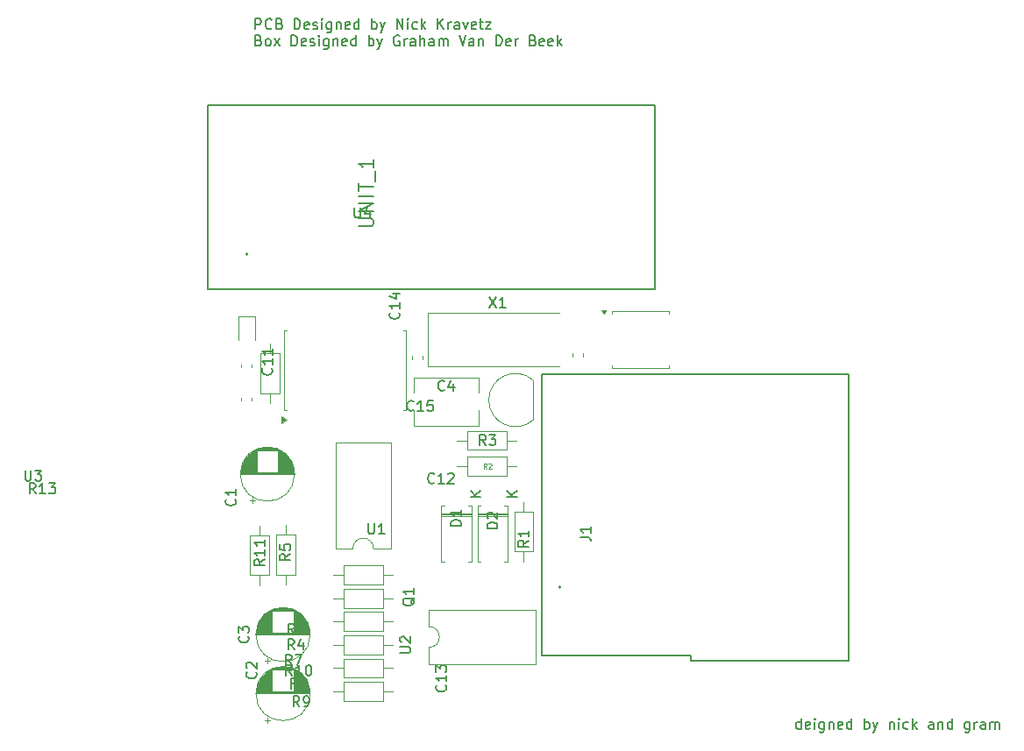
<source format=gbr>
%TF.GenerationSoftware,KiCad,Pcbnew,9.0.4*%
%TF.CreationDate,2025-11-23T23:56:54-07:00*%
%TF.ProjectId,New Tachometer,4e657720-5461-4636-986f-6d657465722e,rev?*%
%TF.SameCoordinates,Original*%
%TF.FileFunction,Legend,Top*%
%TF.FilePolarity,Positive*%
%FSLAX46Y46*%
G04 Gerber Fmt 4.6, Leading zero omitted, Abs format (unit mm)*
G04 Created by KiCad (PCBNEW 9.0.4) date 2025-11-23 23:56:54*
%MOMM*%
%LPD*%
G01*
G04 APERTURE LIST*
%ADD10C,0.150000*%
%ADD11C,0.125000*%
%ADD12C,0.120000*%
%ADD13C,0.127000*%
%ADD14C,0.200000*%
G04 APERTURE END LIST*
D10*
X152265350Y-132869819D02*
X152265350Y-131869819D01*
X152265350Y-132822200D02*
X152170112Y-132869819D01*
X152170112Y-132869819D02*
X151979636Y-132869819D01*
X151979636Y-132869819D02*
X151884398Y-132822200D01*
X151884398Y-132822200D02*
X151836779Y-132774580D01*
X151836779Y-132774580D02*
X151789160Y-132679342D01*
X151789160Y-132679342D02*
X151789160Y-132393628D01*
X151789160Y-132393628D02*
X151836779Y-132298390D01*
X151836779Y-132298390D02*
X151884398Y-132250771D01*
X151884398Y-132250771D02*
X151979636Y-132203152D01*
X151979636Y-132203152D02*
X152170112Y-132203152D01*
X152170112Y-132203152D02*
X152265350Y-132250771D01*
X153122493Y-132822200D02*
X153027255Y-132869819D01*
X153027255Y-132869819D02*
X152836779Y-132869819D01*
X152836779Y-132869819D02*
X152741541Y-132822200D01*
X152741541Y-132822200D02*
X152693922Y-132726961D01*
X152693922Y-132726961D02*
X152693922Y-132346009D01*
X152693922Y-132346009D02*
X152741541Y-132250771D01*
X152741541Y-132250771D02*
X152836779Y-132203152D01*
X152836779Y-132203152D02*
X153027255Y-132203152D01*
X153027255Y-132203152D02*
X153122493Y-132250771D01*
X153122493Y-132250771D02*
X153170112Y-132346009D01*
X153170112Y-132346009D02*
X153170112Y-132441247D01*
X153170112Y-132441247D02*
X152693922Y-132536485D01*
X153598684Y-132869819D02*
X153598684Y-132203152D01*
X153598684Y-131869819D02*
X153551065Y-131917438D01*
X153551065Y-131917438D02*
X153598684Y-131965057D01*
X153598684Y-131965057D02*
X153646303Y-131917438D01*
X153646303Y-131917438D02*
X153598684Y-131869819D01*
X153598684Y-131869819D02*
X153598684Y-131965057D01*
X154503445Y-132203152D02*
X154503445Y-133012676D01*
X154503445Y-133012676D02*
X154455826Y-133107914D01*
X154455826Y-133107914D02*
X154408207Y-133155533D01*
X154408207Y-133155533D02*
X154312969Y-133203152D01*
X154312969Y-133203152D02*
X154170112Y-133203152D01*
X154170112Y-133203152D02*
X154074874Y-133155533D01*
X154503445Y-132822200D02*
X154408207Y-132869819D01*
X154408207Y-132869819D02*
X154217731Y-132869819D01*
X154217731Y-132869819D02*
X154122493Y-132822200D01*
X154122493Y-132822200D02*
X154074874Y-132774580D01*
X154074874Y-132774580D02*
X154027255Y-132679342D01*
X154027255Y-132679342D02*
X154027255Y-132393628D01*
X154027255Y-132393628D02*
X154074874Y-132298390D01*
X154074874Y-132298390D02*
X154122493Y-132250771D01*
X154122493Y-132250771D02*
X154217731Y-132203152D01*
X154217731Y-132203152D02*
X154408207Y-132203152D01*
X154408207Y-132203152D02*
X154503445Y-132250771D01*
X154979636Y-132203152D02*
X154979636Y-132869819D01*
X154979636Y-132298390D02*
X155027255Y-132250771D01*
X155027255Y-132250771D02*
X155122493Y-132203152D01*
X155122493Y-132203152D02*
X155265350Y-132203152D01*
X155265350Y-132203152D02*
X155360588Y-132250771D01*
X155360588Y-132250771D02*
X155408207Y-132346009D01*
X155408207Y-132346009D02*
X155408207Y-132869819D01*
X156265350Y-132822200D02*
X156170112Y-132869819D01*
X156170112Y-132869819D02*
X155979636Y-132869819D01*
X155979636Y-132869819D02*
X155884398Y-132822200D01*
X155884398Y-132822200D02*
X155836779Y-132726961D01*
X155836779Y-132726961D02*
X155836779Y-132346009D01*
X155836779Y-132346009D02*
X155884398Y-132250771D01*
X155884398Y-132250771D02*
X155979636Y-132203152D01*
X155979636Y-132203152D02*
X156170112Y-132203152D01*
X156170112Y-132203152D02*
X156265350Y-132250771D01*
X156265350Y-132250771D02*
X156312969Y-132346009D01*
X156312969Y-132346009D02*
X156312969Y-132441247D01*
X156312969Y-132441247D02*
X155836779Y-132536485D01*
X157170112Y-132869819D02*
X157170112Y-131869819D01*
X157170112Y-132822200D02*
X157074874Y-132869819D01*
X157074874Y-132869819D02*
X156884398Y-132869819D01*
X156884398Y-132869819D02*
X156789160Y-132822200D01*
X156789160Y-132822200D02*
X156741541Y-132774580D01*
X156741541Y-132774580D02*
X156693922Y-132679342D01*
X156693922Y-132679342D02*
X156693922Y-132393628D01*
X156693922Y-132393628D02*
X156741541Y-132298390D01*
X156741541Y-132298390D02*
X156789160Y-132250771D01*
X156789160Y-132250771D02*
X156884398Y-132203152D01*
X156884398Y-132203152D02*
X157074874Y-132203152D01*
X157074874Y-132203152D02*
X157170112Y-132250771D01*
X158408208Y-132869819D02*
X158408208Y-131869819D01*
X158408208Y-132250771D02*
X158503446Y-132203152D01*
X158503446Y-132203152D02*
X158693922Y-132203152D01*
X158693922Y-132203152D02*
X158789160Y-132250771D01*
X158789160Y-132250771D02*
X158836779Y-132298390D01*
X158836779Y-132298390D02*
X158884398Y-132393628D01*
X158884398Y-132393628D02*
X158884398Y-132679342D01*
X158884398Y-132679342D02*
X158836779Y-132774580D01*
X158836779Y-132774580D02*
X158789160Y-132822200D01*
X158789160Y-132822200D02*
X158693922Y-132869819D01*
X158693922Y-132869819D02*
X158503446Y-132869819D01*
X158503446Y-132869819D02*
X158408208Y-132822200D01*
X159217732Y-132203152D02*
X159455827Y-132869819D01*
X159693922Y-132203152D02*
X159455827Y-132869819D01*
X159455827Y-132869819D02*
X159360589Y-133107914D01*
X159360589Y-133107914D02*
X159312970Y-133155533D01*
X159312970Y-133155533D02*
X159217732Y-133203152D01*
X160836780Y-132203152D02*
X160836780Y-132869819D01*
X160836780Y-132298390D02*
X160884399Y-132250771D01*
X160884399Y-132250771D02*
X160979637Y-132203152D01*
X160979637Y-132203152D02*
X161122494Y-132203152D01*
X161122494Y-132203152D02*
X161217732Y-132250771D01*
X161217732Y-132250771D02*
X161265351Y-132346009D01*
X161265351Y-132346009D02*
X161265351Y-132869819D01*
X161741542Y-132869819D02*
X161741542Y-132203152D01*
X161741542Y-131869819D02*
X161693923Y-131917438D01*
X161693923Y-131917438D02*
X161741542Y-131965057D01*
X161741542Y-131965057D02*
X161789161Y-131917438D01*
X161789161Y-131917438D02*
X161741542Y-131869819D01*
X161741542Y-131869819D02*
X161741542Y-131965057D01*
X162646303Y-132822200D02*
X162551065Y-132869819D01*
X162551065Y-132869819D02*
X162360589Y-132869819D01*
X162360589Y-132869819D02*
X162265351Y-132822200D01*
X162265351Y-132822200D02*
X162217732Y-132774580D01*
X162217732Y-132774580D02*
X162170113Y-132679342D01*
X162170113Y-132679342D02*
X162170113Y-132393628D01*
X162170113Y-132393628D02*
X162217732Y-132298390D01*
X162217732Y-132298390D02*
X162265351Y-132250771D01*
X162265351Y-132250771D02*
X162360589Y-132203152D01*
X162360589Y-132203152D02*
X162551065Y-132203152D01*
X162551065Y-132203152D02*
X162646303Y-132250771D01*
X163074875Y-132869819D02*
X163074875Y-131869819D01*
X163170113Y-132488866D02*
X163455827Y-132869819D01*
X163455827Y-132203152D02*
X163074875Y-132584104D01*
X165074875Y-132869819D02*
X165074875Y-132346009D01*
X165074875Y-132346009D02*
X165027256Y-132250771D01*
X165027256Y-132250771D02*
X164932018Y-132203152D01*
X164932018Y-132203152D02*
X164741542Y-132203152D01*
X164741542Y-132203152D02*
X164646304Y-132250771D01*
X165074875Y-132822200D02*
X164979637Y-132869819D01*
X164979637Y-132869819D02*
X164741542Y-132869819D01*
X164741542Y-132869819D02*
X164646304Y-132822200D01*
X164646304Y-132822200D02*
X164598685Y-132726961D01*
X164598685Y-132726961D02*
X164598685Y-132631723D01*
X164598685Y-132631723D02*
X164646304Y-132536485D01*
X164646304Y-132536485D02*
X164741542Y-132488866D01*
X164741542Y-132488866D02*
X164979637Y-132488866D01*
X164979637Y-132488866D02*
X165074875Y-132441247D01*
X165551066Y-132203152D02*
X165551066Y-132869819D01*
X165551066Y-132298390D02*
X165598685Y-132250771D01*
X165598685Y-132250771D02*
X165693923Y-132203152D01*
X165693923Y-132203152D02*
X165836780Y-132203152D01*
X165836780Y-132203152D02*
X165932018Y-132250771D01*
X165932018Y-132250771D02*
X165979637Y-132346009D01*
X165979637Y-132346009D02*
X165979637Y-132869819D01*
X166884399Y-132869819D02*
X166884399Y-131869819D01*
X166884399Y-132822200D02*
X166789161Y-132869819D01*
X166789161Y-132869819D02*
X166598685Y-132869819D01*
X166598685Y-132869819D02*
X166503447Y-132822200D01*
X166503447Y-132822200D02*
X166455828Y-132774580D01*
X166455828Y-132774580D02*
X166408209Y-132679342D01*
X166408209Y-132679342D02*
X166408209Y-132393628D01*
X166408209Y-132393628D02*
X166455828Y-132298390D01*
X166455828Y-132298390D02*
X166503447Y-132250771D01*
X166503447Y-132250771D02*
X166598685Y-132203152D01*
X166598685Y-132203152D02*
X166789161Y-132203152D01*
X166789161Y-132203152D02*
X166884399Y-132250771D01*
X168551066Y-132203152D02*
X168551066Y-133012676D01*
X168551066Y-133012676D02*
X168503447Y-133107914D01*
X168503447Y-133107914D02*
X168455828Y-133155533D01*
X168455828Y-133155533D02*
X168360590Y-133203152D01*
X168360590Y-133203152D02*
X168217733Y-133203152D01*
X168217733Y-133203152D02*
X168122495Y-133155533D01*
X168551066Y-132822200D02*
X168455828Y-132869819D01*
X168455828Y-132869819D02*
X168265352Y-132869819D01*
X168265352Y-132869819D02*
X168170114Y-132822200D01*
X168170114Y-132822200D02*
X168122495Y-132774580D01*
X168122495Y-132774580D02*
X168074876Y-132679342D01*
X168074876Y-132679342D02*
X168074876Y-132393628D01*
X168074876Y-132393628D02*
X168122495Y-132298390D01*
X168122495Y-132298390D02*
X168170114Y-132250771D01*
X168170114Y-132250771D02*
X168265352Y-132203152D01*
X168265352Y-132203152D02*
X168455828Y-132203152D01*
X168455828Y-132203152D02*
X168551066Y-132250771D01*
X169027257Y-132869819D02*
X169027257Y-132203152D01*
X169027257Y-132393628D02*
X169074876Y-132298390D01*
X169074876Y-132298390D02*
X169122495Y-132250771D01*
X169122495Y-132250771D02*
X169217733Y-132203152D01*
X169217733Y-132203152D02*
X169312971Y-132203152D01*
X170074876Y-132869819D02*
X170074876Y-132346009D01*
X170074876Y-132346009D02*
X170027257Y-132250771D01*
X170027257Y-132250771D02*
X169932019Y-132203152D01*
X169932019Y-132203152D02*
X169741543Y-132203152D01*
X169741543Y-132203152D02*
X169646305Y-132250771D01*
X170074876Y-132822200D02*
X169979638Y-132869819D01*
X169979638Y-132869819D02*
X169741543Y-132869819D01*
X169741543Y-132869819D02*
X169646305Y-132822200D01*
X169646305Y-132822200D02*
X169598686Y-132726961D01*
X169598686Y-132726961D02*
X169598686Y-132631723D01*
X169598686Y-132631723D02*
X169646305Y-132536485D01*
X169646305Y-132536485D02*
X169741543Y-132488866D01*
X169741543Y-132488866D02*
X169979638Y-132488866D01*
X169979638Y-132488866D02*
X170074876Y-132441247D01*
X170551067Y-132869819D02*
X170551067Y-132203152D01*
X170551067Y-132298390D02*
X170598686Y-132250771D01*
X170598686Y-132250771D02*
X170693924Y-132203152D01*
X170693924Y-132203152D02*
X170836781Y-132203152D01*
X170836781Y-132203152D02*
X170932019Y-132250771D01*
X170932019Y-132250771D02*
X170979638Y-132346009D01*
X170979638Y-132346009D02*
X170979638Y-132869819D01*
X170979638Y-132346009D02*
X171027257Y-132250771D01*
X171027257Y-132250771D02*
X171122495Y-132203152D01*
X171122495Y-132203152D02*
X171265352Y-132203152D01*
X171265352Y-132203152D02*
X171360591Y-132250771D01*
X171360591Y-132250771D02*
X171408210Y-132346009D01*
X171408210Y-132346009D02*
X171408210Y-132869819D01*
X99586779Y-65259875D02*
X99586779Y-64259875D01*
X99586779Y-64259875D02*
X99967731Y-64259875D01*
X99967731Y-64259875D02*
X100062969Y-64307494D01*
X100062969Y-64307494D02*
X100110588Y-64355113D01*
X100110588Y-64355113D02*
X100158207Y-64450351D01*
X100158207Y-64450351D02*
X100158207Y-64593208D01*
X100158207Y-64593208D02*
X100110588Y-64688446D01*
X100110588Y-64688446D02*
X100062969Y-64736065D01*
X100062969Y-64736065D02*
X99967731Y-64783684D01*
X99967731Y-64783684D02*
X99586779Y-64783684D01*
X101158207Y-65164636D02*
X101110588Y-65212256D01*
X101110588Y-65212256D02*
X100967731Y-65259875D01*
X100967731Y-65259875D02*
X100872493Y-65259875D01*
X100872493Y-65259875D02*
X100729636Y-65212256D01*
X100729636Y-65212256D02*
X100634398Y-65117017D01*
X100634398Y-65117017D02*
X100586779Y-65021779D01*
X100586779Y-65021779D02*
X100539160Y-64831303D01*
X100539160Y-64831303D02*
X100539160Y-64688446D01*
X100539160Y-64688446D02*
X100586779Y-64497970D01*
X100586779Y-64497970D02*
X100634398Y-64402732D01*
X100634398Y-64402732D02*
X100729636Y-64307494D01*
X100729636Y-64307494D02*
X100872493Y-64259875D01*
X100872493Y-64259875D02*
X100967731Y-64259875D01*
X100967731Y-64259875D02*
X101110588Y-64307494D01*
X101110588Y-64307494D02*
X101158207Y-64355113D01*
X101920112Y-64736065D02*
X102062969Y-64783684D01*
X102062969Y-64783684D02*
X102110588Y-64831303D01*
X102110588Y-64831303D02*
X102158207Y-64926541D01*
X102158207Y-64926541D02*
X102158207Y-65069398D01*
X102158207Y-65069398D02*
X102110588Y-65164636D01*
X102110588Y-65164636D02*
X102062969Y-65212256D01*
X102062969Y-65212256D02*
X101967731Y-65259875D01*
X101967731Y-65259875D02*
X101586779Y-65259875D01*
X101586779Y-65259875D02*
X101586779Y-64259875D01*
X101586779Y-64259875D02*
X101920112Y-64259875D01*
X101920112Y-64259875D02*
X102015350Y-64307494D01*
X102015350Y-64307494D02*
X102062969Y-64355113D01*
X102062969Y-64355113D02*
X102110588Y-64450351D01*
X102110588Y-64450351D02*
X102110588Y-64545589D01*
X102110588Y-64545589D02*
X102062969Y-64640827D01*
X102062969Y-64640827D02*
X102015350Y-64688446D01*
X102015350Y-64688446D02*
X101920112Y-64736065D01*
X101920112Y-64736065D02*
X101586779Y-64736065D01*
X103348684Y-65259875D02*
X103348684Y-64259875D01*
X103348684Y-64259875D02*
X103586779Y-64259875D01*
X103586779Y-64259875D02*
X103729636Y-64307494D01*
X103729636Y-64307494D02*
X103824874Y-64402732D01*
X103824874Y-64402732D02*
X103872493Y-64497970D01*
X103872493Y-64497970D02*
X103920112Y-64688446D01*
X103920112Y-64688446D02*
X103920112Y-64831303D01*
X103920112Y-64831303D02*
X103872493Y-65021779D01*
X103872493Y-65021779D02*
X103824874Y-65117017D01*
X103824874Y-65117017D02*
X103729636Y-65212256D01*
X103729636Y-65212256D02*
X103586779Y-65259875D01*
X103586779Y-65259875D02*
X103348684Y-65259875D01*
X104729636Y-65212256D02*
X104634398Y-65259875D01*
X104634398Y-65259875D02*
X104443922Y-65259875D01*
X104443922Y-65259875D02*
X104348684Y-65212256D01*
X104348684Y-65212256D02*
X104301065Y-65117017D01*
X104301065Y-65117017D02*
X104301065Y-64736065D01*
X104301065Y-64736065D02*
X104348684Y-64640827D01*
X104348684Y-64640827D02*
X104443922Y-64593208D01*
X104443922Y-64593208D02*
X104634398Y-64593208D01*
X104634398Y-64593208D02*
X104729636Y-64640827D01*
X104729636Y-64640827D02*
X104777255Y-64736065D01*
X104777255Y-64736065D02*
X104777255Y-64831303D01*
X104777255Y-64831303D02*
X104301065Y-64926541D01*
X105158208Y-65212256D02*
X105253446Y-65259875D01*
X105253446Y-65259875D02*
X105443922Y-65259875D01*
X105443922Y-65259875D02*
X105539160Y-65212256D01*
X105539160Y-65212256D02*
X105586779Y-65117017D01*
X105586779Y-65117017D02*
X105586779Y-65069398D01*
X105586779Y-65069398D02*
X105539160Y-64974160D01*
X105539160Y-64974160D02*
X105443922Y-64926541D01*
X105443922Y-64926541D02*
X105301065Y-64926541D01*
X105301065Y-64926541D02*
X105205827Y-64878922D01*
X105205827Y-64878922D02*
X105158208Y-64783684D01*
X105158208Y-64783684D02*
X105158208Y-64736065D01*
X105158208Y-64736065D02*
X105205827Y-64640827D01*
X105205827Y-64640827D02*
X105301065Y-64593208D01*
X105301065Y-64593208D02*
X105443922Y-64593208D01*
X105443922Y-64593208D02*
X105539160Y-64640827D01*
X106015351Y-65259875D02*
X106015351Y-64593208D01*
X106015351Y-64259875D02*
X105967732Y-64307494D01*
X105967732Y-64307494D02*
X106015351Y-64355113D01*
X106015351Y-64355113D02*
X106062970Y-64307494D01*
X106062970Y-64307494D02*
X106015351Y-64259875D01*
X106015351Y-64259875D02*
X106015351Y-64355113D01*
X106920112Y-64593208D02*
X106920112Y-65402732D01*
X106920112Y-65402732D02*
X106872493Y-65497970D01*
X106872493Y-65497970D02*
X106824874Y-65545589D01*
X106824874Y-65545589D02*
X106729636Y-65593208D01*
X106729636Y-65593208D02*
X106586779Y-65593208D01*
X106586779Y-65593208D02*
X106491541Y-65545589D01*
X106920112Y-65212256D02*
X106824874Y-65259875D01*
X106824874Y-65259875D02*
X106634398Y-65259875D01*
X106634398Y-65259875D02*
X106539160Y-65212256D01*
X106539160Y-65212256D02*
X106491541Y-65164636D01*
X106491541Y-65164636D02*
X106443922Y-65069398D01*
X106443922Y-65069398D02*
X106443922Y-64783684D01*
X106443922Y-64783684D02*
X106491541Y-64688446D01*
X106491541Y-64688446D02*
X106539160Y-64640827D01*
X106539160Y-64640827D02*
X106634398Y-64593208D01*
X106634398Y-64593208D02*
X106824874Y-64593208D01*
X106824874Y-64593208D02*
X106920112Y-64640827D01*
X107396303Y-64593208D02*
X107396303Y-65259875D01*
X107396303Y-64688446D02*
X107443922Y-64640827D01*
X107443922Y-64640827D02*
X107539160Y-64593208D01*
X107539160Y-64593208D02*
X107682017Y-64593208D01*
X107682017Y-64593208D02*
X107777255Y-64640827D01*
X107777255Y-64640827D02*
X107824874Y-64736065D01*
X107824874Y-64736065D02*
X107824874Y-65259875D01*
X108682017Y-65212256D02*
X108586779Y-65259875D01*
X108586779Y-65259875D02*
X108396303Y-65259875D01*
X108396303Y-65259875D02*
X108301065Y-65212256D01*
X108301065Y-65212256D02*
X108253446Y-65117017D01*
X108253446Y-65117017D02*
X108253446Y-64736065D01*
X108253446Y-64736065D02*
X108301065Y-64640827D01*
X108301065Y-64640827D02*
X108396303Y-64593208D01*
X108396303Y-64593208D02*
X108586779Y-64593208D01*
X108586779Y-64593208D02*
X108682017Y-64640827D01*
X108682017Y-64640827D02*
X108729636Y-64736065D01*
X108729636Y-64736065D02*
X108729636Y-64831303D01*
X108729636Y-64831303D02*
X108253446Y-64926541D01*
X109586779Y-65259875D02*
X109586779Y-64259875D01*
X109586779Y-65212256D02*
X109491541Y-65259875D01*
X109491541Y-65259875D02*
X109301065Y-65259875D01*
X109301065Y-65259875D02*
X109205827Y-65212256D01*
X109205827Y-65212256D02*
X109158208Y-65164636D01*
X109158208Y-65164636D02*
X109110589Y-65069398D01*
X109110589Y-65069398D02*
X109110589Y-64783684D01*
X109110589Y-64783684D02*
X109158208Y-64688446D01*
X109158208Y-64688446D02*
X109205827Y-64640827D01*
X109205827Y-64640827D02*
X109301065Y-64593208D01*
X109301065Y-64593208D02*
X109491541Y-64593208D01*
X109491541Y-64593208D02*
X109586779Y-64640827D01*
X110824875Y-65259875D02*
X110824875Y-64259875D01*
X110824875Y-64640827D02*
X110920113Y-64593208D01*
X110920113Y-64593208D02*
X111110589Y-64593208D01*
X111110589Y-64593208D02*
X111205827Y-64640827D01*
X111205827Y-64640827D02*
X111253446Y-64688446D01*
X111253446Y-64688446D02*
X111301065Y-64783684D01*
X111301065Y-64783684D02*
X111301065Y-65069398D01*
X111301065Y-65069398D02*
X111253446Y-65164636D01*
X111253446Y-65164636D02*
X111205827Y-65212256D01*
X111205827Y-65212256D02*
X111110589Y-65259875D01*
X111110589Y-65259875D02*
X110920113Y-65259875D01*
X110920113Y-65259875D02*
X110824875Y-65212256D01*
X111634399Y-64593208D02*
X111872494Y-65259875D01*
X112110589Y-64593208D02*
X111872494Y-65259875D01*
X111872494Y-65259875D02*
X111777256Y-65497970D01*
X111777256Y-65497970D02*
X111729637Y-65545589D01*
X111729637Y-65545589D02*
X111634399Y-65593208D01*
X113253447Y-65259875D02*
X113253447Y-64259875D01*
X113253447Y-64259875D02*
X113824875Y-65259875D01*
X113824875Y-65259875D02*
X113824875Y-64259875D01*
X114301066Y-65259875D02*
X114301066Y-64593208D01*
X114301066Y-64259875D02*
X114253447Y-64307494D01*
X114253447Y-64307494D02*
X114301066Y-64355113D01*
X114301066Y-64355113D02*
X114348685Y-64307494D01*
X114348685Y-64307494D02*
X114301066Y-64259875D01*
X114301066Y-64259875D02*
X114301066Y-64355113D01*
X115205827Y-65212256D02*
X115110589Y-65259875D01*
X115110589Y-65259875D02*
X114920113Y-65259875D01*
X114920113Y-65259875D02*
X114824875Y-65212256D01*
X114824875Y-65212256D02*
X114777256Y-65164636D01*
X114777256Y-65164636D02*
X114729637Y-65069398D01*
X114729637Y-65069398D02*
X114729637Y-64783684D01*
X114729637Y-64783684D02*
X114777256Y-64688446D01*
X114777256Y-64688446D02*
X114824875Y-64640827D01*
X114824875Y-64640827D02*
X114920113Y-64593208D01*
X114920113Y-64593208D02*
X115110589Y-64593208D01*
X115110589Y-64593208D02*
X115205827Y-64640827D01*
X115634399Y-65259875D02*
X115634399Y-64259875D01*
X115729637Y-64878922D02*
X116015351Y-65259875D01*
X116015351Y-64593208D02*
X115634399Y-64974160D01*
X117205828Y-65259875D02*
X117205828Y-64259875D01*
X117777256Y-65259875D02*
X117348685Y-64688446D01*
X117777256Y-64259875D02*
X117205828Y-64831303D01*
X118205828Y-65259875D02*
X118205828Y-64593208D01*
X118205828Y-64783684D02*
X118253447Y-64688446D01*
X118253447Y-64688446D02*
X118301066Y-64640827D01*
X118301066Y-64640827D02*
X118396304Y-64593208D01*
X118396304Y-64593208D02*
X118491542Y-64593208D01*
X119253447Y-65259875D02*
X119253447Y-64736065D01*
X119253447Y-64736065D02*
X119205828Y-64640827D01*
X119205828Y-64640827D02*
X119110590Y-64593208D01*
X119110590Y-64593208D02*
X118920114Y-64593208D01*
X118920114Y-64593208D02*
X118824876Y-64640827D01*
X119253447Y-65212256D02*
X119158209Y-65259875D01*
X119158209Y-65259875D02*
X118920114Y-65259875D01*
X118920114Y-65259875D02*
X118824876Y-65212256D01*
X118824876Y-65212256D02*
X118777257Y-65117017D01*
X118777257Y-65117017D02*
X118777257Y-65021779D01*
X118777257Y-65021779D02*
X118824876Y-64926541D01*
X118824876Y-64926541D02*
X118920114Y-64878922D01*
X118920114Y-64878922D02*
X119158209Y-64878922D01*
X119158209Y-64878922D02*
X119253447Y-64831303D01*
X119634400Y-64593208D02*
X119872495Y-65259875D01*
X119872495Y-65259875D02*
X120110590Y-64593208D01*
X120872495Y-65212256D02*
X120777257Y-65259875D01*
X120777257Y-65259875D02*
X120586781Y-65259875D01*
X120586781Y-65259875D02*
X120491543Y-65212256D01*
X120491543Y-65212256D02*
X120443924Y-65117017D01*
X120443924Y-65117017D02*
X120443924Y-64736065D01*
X120443924Y-64736065D02*
X120491543Y-64640827D01*
X120491543Y-64640827D02*
X120586781Y-64593208D01*
X120586781Y-64593208D02*
X120777257Y-64593208D01*
X120777257Y-64593208D02*
X120872495Y-64640827D01*
X120872495Y-64640827D02*
X120920114Y-64736065D01*
X120920114Y-64736065D02*
X120920114Y-64831303D01*
X120920114Y-64831303D02*
X120443924Y-64926541D01*
X121205829Y-64593208D02*
X121586781Y-64593208D01*
X121348686Y-64259875D02*
X121348686Y-65117017D01*
X121348686Y-65117017D02*
X121396305Y-65212256D01*
X121396305Y-65212256D02*
X121491543Y-65259875D01*
X121491543Y-65259875D02*
X121586781Y-65259875D01*
X121824877Y-64593208D02*
X122348686Y-64593208D01*
X122348686Y-64593208D02*
X121824877Y-65259875D01*
X121824877Y-65259875D02*
X122348686Y-65259875D01*
X99920112Y-66346009D02*
X100062969Y-66393628D01*
X100062969Y-66393628D02*
X100110588Y-66441247D01*
X100110588Y-66441247D02*
X100158207Y-66536485D01*
X100158207Y-66536485D02*
X100158207Y-66679342D01*
X100158207Y-66679342D02*
X100110588Y-66774580D01*
X100110588Y-66774580D02*
X100062969Y-66822200D01*
X100062969Y-66822200D02*
X99967731Y-66869819D01*
X99967731Y-66869819D02*
X99586779Y-66869819D01*
X99586779Y-66869819D02*
X99586779Y-65869819D01*
X99586779Y-65869819D02*
X99920112Y-65869819D01*
X99920112Y-65869819D02*
X100015350Y-65917438D01*
X100015350Y-65917438D02*
X100062969Y-65965057D01*
X100062969Y-65965057D02*
X100110588Y-66060295D01*
X100110588Y-66060295D02*
X100110588Y-66155533D01*
X100110588Y-66155533D02*
X100062969Y-66250771D01*
X100062969Y-66250771D02*
X100015350Y-66298390D01*
X100015350Y-66298390D02*
X99920112Y-66346009D01*
X99920112Y-66346009D02*
X99586779Y-66346009D01*
X100729636Y-66869819D02*
X100634398Y-66822200D01*
X100634398Y-66822200D02*
X100586779Y-66774580D01*
X100586779Y-66774580D02*
X100539160Y-66679342D01*
X100539160Y-66679342D02*
X100539160Y-66393628D01*
X100539160Y-66393628D02*
X100586779Y-66298390D01*
X100586779Y-66298390D02*
X100634398Y-66250771D01*
X100634398Y-66250771D02*
X100729636Y-66203152D01*
X100729636Y-66203152D02*
X100872493Y-66203152D01*
X100872493Y-66203152D02*
X100967731Y-66250771D01*
X100967731Y-66250771D02*
X101015350Y-66298390D01*
X101015350Y-66298390D02*
X101062969Y-66393628D01*
X101062969Y-66393628D02*
X101062969Y-66679342D01*
X101062969Y-66679342D02*
X101015350Y-66774580D01*
X101015350Y-66774580D02*
X100967731Y-66822200D01*
X100967731Y-66822200D02*
X100872493Y-66869819D01*
X100872493Y-66869819D02*
X100729636Y-66869819D01*
X101396303Y-66869819D02*
X101920112Y-66203152D01*
X101396303Y-66203152D02*
X101920112Y-66869819D01*
X103062970Y-66869819D02*
X103062970Y-65869819D01*
X103062970Y-65869819D02*
X103301065Y-65869819D01*
X103301065Y-65869819D02*
X103443922Y-65917438D01*
X103443922Y-65917438D02*
X103539160Y-66012676D01*
X103539160Y-66012676D02*
X103586779Y-66107914D01*
X103586779Y-66107914D02*
X103634398Y-66298390D01*
X103634398Y-66298390D02*
X103634398Y-66441247D01*
X103634398Y-66441247D02*
X103586779Y-66631723D01*
X103586779Y-66631723D02*
X103539160Y-66726961D01*
X103539160Y-66726961D02*
X103443922Y-66822200D01*
X103443922Y-66822200D02*
X103301065Y-66869819D01*
X103301065Y-66869819D02*
X103062970Y-66869819D01*
X104443922Y-66822200D02*
X104348684Y-66869819D01*
X104348684Y-66869819D02*
X104158208Y-66869819D01*
X104158208Y-66869819D02*
X104062970Y-66822200D01*
X104062970Y-66822200D02*
X104015351Y-66726961D01*
X104015351Y-66726961D02*
X104015351Y-66346009D01*
X104015351Y-66346009D02*
X104062970Y-66250771D01*
X104062970Y-66250771D02*
X104158208Y-66203152D01*
X104158208Y-66203152D02*
X104348684Y-66203152D01*
X104348684Y-66203152D02*
X104443922Y-66250771D01*
X104443922Y-66250771D02*
X104491541Y-66346009D01*
X104491541Y-66346009D02*
X104491541Y-66441247D01*
X104491541Y-66441247D02*
X104015351Y-66536485D01*
X104872494Y-66822200D02*
X104967732Y-66869819D01*
X104967732Y-66869819D02*
X105158208Y-66869819D01*
X105158208Y-66869819D02*
X105253446Y-66822200D01*
X105253446Y-66822200D02*
X105301065Y-66726961D01*
X105301065Y-66726961D02*
X105301065Y-66679342D01*
X105301065Y-66679342D02*
X105253446Y-66584104D01*
X105253446Y-66584104D02*
X105158208Y-66536485D01*
X105158208Y-66536485D02*
X105015351Y-66536485D01*
X105015351Y-66536485D02*
X104920113Y-66488866D01*
X104920113Y-66488866D02*
X104872494Y-66393628D01*
X104872494Y-66393628D02*
X104872494Y-66346009D01*
X104872494Y-66346009D02*
X104920113Y-66250771D01*
X104920113Y-66250771D02*
X105015351Y-66203152D01*
X105015351Y-66203152D02*
X105158208Y-66203152D01*
X105158208Y-66203152D02*
X105253446Y-66250771D01*
X105729637Y-66869819D02*
X105729637Y-66203152D01*
X105729637Y-65869819D02*
X105682018Y-65917438D01*
X105682018Y-65917438D02*
X105729637Y-65965057D01*
X105729637Y-65965057D02*
X105777256Y-65917438D01*
X105777256Y-65917438D02*
X105729637Y-65869819D01*
X105729637Y-65869819D02*
X105729637Y-65965057D01*
X106634398Y-66203152D02*
X106634398Y-67012676D01*
X106634398Y-67012676D02*
X106586779Y-67107914D01*
X106586779Y-67107914D02*
X106539160Y-67155533D01*
X106539160Y-67155533D02*
X106443922Y-67203152D01*
X106443922Y-67203152D02*
X106301065Y-67203152D01*
X106301065Y-67203152D02*
X106205827Y-67155533D01*
X106634398Y-66822200D02*
X106539160Y-66869819D01*
X106539160Y-66869819D02*
X106348684Y-66869819D01*
X106348684Y-66869819D02*
X106253446Y-66822200D01*
X106253446Y-66822200D02*
X106205827Y-66774580D01*
X106205827Y-66774580D02*
X106158208Y-66679342D01*
X106158208Y-66679342D02*
X106158208Y-66393628D01*
X106158208Y-66393628D02*
X106205827Y-66298390D01*
X106205827Y-66298390D02*
X106253446Y-66250771D01*
X106253446Y-66250771D02*
X106348684Y-66203152D01*
X106348684Y-66203152D02*
X106539160Y-66203152D01*
X106539160Y-66203152D02*
X106634398Y-66250771D01*
X107110589Y-66203152D02*
X107110589Y-66869819D01*
X107110589Y-66298390D02*
X107158208Y-66250771D01*
X107158208Y-66250771D02*
X107253446Y-66203152D01*
X107253446Y-66203152D02*
X107396303Y-66203152D01*
X107396303Y-66203152D02*
X107491541Y-66250771D01*
X107491541Y-66250771D02*
X107539160Y-66346009D01*
X107539160Y-66346009D02*
X107539160Y-66869819D01*
X108396303Y-66822200D02*
X108301065Y-66869819D01*
X108301065Y-66869819D02*
X108110589Y-66869819D01*
X108110589Y-66869819D02*
X108015351Y-66822200D01*
X108015351Y-66822200D02*
X107967732Y-66726961D01*
X107967732Y-66726961D02*
X107967732Y-66346009D01*
X107967732Y-66346009D02*
X108015351Y-66250771D01*
X108015351Y-66250771D02*
X108110589Y-66203152D01*
X108110589Y-66203152D02*
X108301065Y-66203152D01*
X108301065Y-66203152D02*
X108396303Y-66250771D01*
X108396303Y-66250771D02*
X108443922Y-66346009D01*
X108443922Y-66346009D02*
X108443922Y-66441247D01*
X108443922Y-66441247D02*
X107967732Y-66536485D01*
X109301065Y-66869819D02*
X109301065Y-65869819D01*
X109301065Y-66822200D02*
X109205827Y-66869819D01*
X109205827Y-66869819D02*
X109015351Y-66869819D01*
X109015351Y-66869819D02*
X108920113Y-66822200D01*
X108920113Y-66822200D02*
X108872494Y-66774580D01*
X108872494Y-66774580D02*
X108824875Y-66679342D01*
X108824875Y-66679342D02*
X108824875Y-66393628D01*
X108824875Y-66393628D02*
X108872494Y-66298390D01*
X108872494Y-66298390D02*
X108920113Y-66250771D01*
X108920113Y-66250771D02*
X109015351Y-66203152D01*
X109015351Y-66203152D02*
X109205827Y-66203152D01*
X109205827Y-66203152D02*
X109301065Y-66250771D01*
X110539161Y-66869819D02*
X110539161Y-65869819D01*
X110539161Y-66250771D02*
X110634399Y-66203152D01*
X110634399Y-66203152D02*
X110824875Y-66203152D01*
X110824875Y-66203152D02*
X110920113Y-66250771D01*
X110920113Y-66250771D02*
X110967732Y-66298390D01*
X110967732Y-66298390D02*
X111015351Y-66393628D01*
X111015351Y-66393628D02*
X111015351Y-66679342D01*
X111015351Y-66679342D02*
X110967732Y-66774580D01*
X110967732Y-66774580D02*
X110920113Y-66822200D01*
X110920113Y-66822200D02*
X110824875Y-66869819D01*
X110824875Y-66869819D02*
X110634399Y-66869819D01*
X110634399Y-66869819D02*
X110539161Y-66822200D01*
X111348685Y-66203152D02*
X111586780Y-66869819D01*
X111824875Y-66203152D02*
X111586780Y-66869819D01*
X111586780Y-66869819D02*
X111491542Y-67107914D01*
X111491542Y-67107914D02*
X111443923Y-67155533D01*
X111443923Y-67155533D02*
X111348685Y-67203152D01*
X113491542Y-65917438D02*
X113396304Y-65869819D01*
X113396304Y-65869819D02*
X113253447Y-65869819D01*
X113253447Y-65869819D02*
X113110590Y-65917438D01*
X113110590Y-65917438D02*
X113015352Y-66012676D01*
X113015352Y-66012676D02*
X112967733Y-66107914D01*
X112967733Y-66107914D02*
X112920114Y-66298390D01*
X112920114Y-66298390D02*
X112920114Y-66441247D01*
X112920114Y-66441247D02*
X112967733Y-66631723D01*
X112967733Y-66631723D02*
X113015352Y-66726961D01*
X113015352Y-66726961D02*
X113110590Y-66822200D01*
X113110590Y-66822200D02*
X113253447Y-66869819D01*
X113253447Y-66869819D02*
X113348685Y-66869819D01*
X113348685Y-66869819D02*
X113491542Y-66822200D01*
X113491542Y-66822200D02*
X113539161Y-66774580D01*
X113539161Y-66774580D02*
X113539161Y-66441247D01*
X113539161Y-66441247D02*
X113348685Y-66441247D01*
X113967733Y-66869819D02*
X113967733Y-66203152D01*
X113967733Y-66393628D02*
X114015352Y-66298390D01*
X114015352Y-66298390D02*
X114062971Y-66250771D01*
X114062971Y-66250771D02*
X114158209Y-66203152D01*
X114158209Y-66203152D02*
X114253447Y-66203152D01*
X115015352Y-66869819D02*
X115015352Y-66346009D01*
X115015352Y-66346009D02*
X114967733Y-66250771D01*
X114967733Y-66250771D02*
X114872495Y-66203152D01*
X114872495Y-66203152D02*
X114682019Y-66203152D01*
X114682019Y-66203152D02*
X114586781Y-66250771D01*
X115015352Y-66822200D02*
X114920114Y-66869819D01*
X114920114Y-66869819D02*
X114682019Y-66869819D01*
X114682019Y-66869819D02*
X114586781Y-66822200D01*
X114586781Y-66822200D02*
X114539162Y-66726961D01*
X114539162Y-66726961D02*
X114539162Y-66631723D01*
X114539162Y-66631723D02*
X114586781Y-66536485D01*
X114586781Y-66536485D02*
X114682019Y-66488866D01*
X114682019Y-66488866D02*
X114920114Y-66488866D01*
X114920114Y-66488866D02*
X115015352Y-66441247D01*
X115491543Y-66869819D02*
X115491543Y-65869819D01*
X115920114Y-66869819D02*
X115920114Y-66346009D01*
X115920114Y-66346009D02*
X115872495Y-66250771D01*
X115872495Y-66250771D02*
X115777257Y-66203152D01*
X115777257Y-66203152D02*
X115634400Y-66203152D01*
X115634400Y-66203152D02*
X115539162Y-66250771D01*
X115539162Y-66250771D02*
X115491543Y-66298390D01*
X116824876Y-66869819D02*
X116824876Y-66346009D01*
X116824876Y-66346009D02*
X116777257Y-66250771D01*
X116777257Y-66250771D02*
X116682019Y-66203152D01*
X116682019Y-66203152D02*
X116491543Y-66203152D01*
X116491543Y-66203152D02*
X116396305Y-66250771D01*
X116824876Y-66822200D02*
X116729638Y-66869819D01*
X116729638Y-66869819D02*
X116491543Y-66869819D01*
X116491543Y-66869819D02*
X116396305Y-66822200D01*
X116396305Y-66822200D02*
X116348686Y-66726961D01*
X116348686Y-66726961D02*
X116348686Y-66631723D01*
X116348686Y-66631723D02*
X116396305Y-66536485D01*
X116396305Y-66536485D02*
X116491543Y-66488866D01*
X116491543Y-66488866D02*
X116729638Y-66488866D01*
X116729638Y-66488866D02*
X116824876Y-66441247D01*
X117301067Y-66869819D02*
X117301067Y-66203152D01*
X117301067Y-66298390D02*
X117348686Y-66250771D01*
X117348686Y-66250771D02*
X117443924Y-66203152D01*
X117443924Y-66203152D02*
X117586781Y-66203152D01*
X117586781Y-66203152D02*
X117682019Y-66250771D01*
X117682019Y-66250771D02*
X117729638Y-66346009D01*
X117729638Y-66346009D02*
X117729638Y-66869819D01*
X117729638Y-66346009D02*
X117777257Y-66250771D01*
X117777257Y-66250771D02*
X117872495Y-66203152D01*
X117872495Y-66203152D02*
X118015352Y-66203152D01*
X118015352Y-66203152D02*
X118110591Y-66250771D01*
X118110591Y-66250771D02*
X118158210Y-66346009D01*
X118158210Y-66346009D02*
X118158210Y-66869819D01*
X119253448Y-65869819D02*
X119586781Y-66869819D01*
X119586781Y-66869819D02*
X119920114Y-65869819D01*
X120682019Y-66869819D02*
X120682019Y-66346009D01*
X120682019Y-66346009D02*
X120634400Y-66250771D01*
X120634400Y-66250771D02*
X120539162Y-66203152D01*
X120539162Y-66203152D02*
X120348686Y-66203152D01*
X120348686Y-66203152D02*
X120253448Y-66250771D01*
X120682019Y-66822200D02*
X120586781Y-66869819D01*
X120586781Y-66869819D02*
X120348686Y-66869819D01*
X120348686Y-66869819D02*
X120253448Y-66822200D01*
X120253448Y-66822200D02*
X120205829Y-66726961D01*
X120205829Y-66726961D02*
X120205829Y-66631723D01*
X120205829Y-66631723D02*
X120253448Y-66536485D01*
X120253448Y-66536485D02*
X120348686Y-66488866D01*
X120348686Y-66488866D02*
X120586781Y-66488866D01*
X120586781Y-66488866D02*
X120682019Y-66441247D01*
X121158210Y-66203152D02*
X121158210Y-66869819D01*
X121158210Y-66298390D02*
X121205829Y-66250771D01*
X121205829Y-66250771D02*
X121301067Y-66203152D01*
X121301067Y-66203152D02*
X121443924Y-66203152D01*
X121443924Y-66203152D02*
X121539162Y-66250771D01*
X121539162Y-66250771D02*
X121586781Y-66346009D01*
X121586781Y-66346009D02*
X121586781Y-66869819D01*
X122824877Y-66869819D02*
X122824877Y-65869819D01*
X122824877Y-65869819D02*
X123062972Y-65869819D01*
X123062972Y-65869819D02*
X123205829Y-65917438D01*
X123205829Y-65917438D02*
X123301067Y-66012676D01*
X123301067Y-66012676D02*
X123348686Y-66107914D01*
X123348686Y-66107914D02*
X123396305Y-66298390D01*
X123396305Y-66298390D02*
X123396305Y-66441247D01*
X123396305Y-66441247D02*
X123348686Y-66631723D01*
X123348686Y-66631723D02*
X123301067Y-66726961D01*
X123301067Y-66726961D02*
X123205829Y-66822200D01*
X123205829Y-66822200D02*
X123062972Y-66869819D01*
X123062972Y-66869819D02*
X122824877Y-66869819D01*
X124205829Y-66822200D02*
X124110591Y-66869819D01*
X124110591Y-66869819D02*
X123920115Y-66869819D01*
X123920115Y-66869819D02*
X123824877Y-66822200D01*
X123824877Y-66822200D02*
X123777258Y-66726961D01*
X123777258Y-66726961D02*
X123777258Y-66346009D01*
X123777258Y-66346009D02*
X123824877Y-66250771D01*
X123824877Y-66250771D02*
X123920115Y-66203152D01*
X123920115Y-66203152D02*
X124110591Y-66203152D01*
X124110591Y-66203152D02*
X124205829Y-66250771D01*
X124205829Y-66250771D02*
X124253448Y-66346009D01*
X124253448Y-66346009D02*
X124253448Y-66441247D01*
X124253448Y-66441247D02*
X123777258Y-66536485D01*
X124682020Y-66869819D02*
X124682020Y-66203152D01*
X124682020Y-66393628D02*
X124729639Y-66298390D01*
X124729639Y-66298390D02*
X124777258Y-66250771D01*
X124777258Y-66250771D02*
X124872496Y-66203152D01*
X124872496Y-66203152D02*
X124967734Y-66203152D01*
X126396306Y-66346009D02*
X126539163Y-66393628D01*
X126539163Y-66393628D02*
X126586782Y-66441247D01*
X126586782Y-66441247D02*
X126634401Y-66536485D01*
X126634401Y-66536485D02*
X126634401Y-66679342D01*
X126634401Y-66679342D02*
X126586782Y-66774580D01*
X126586782Y-66774580D02*
X126539163Y-66822200D01*
X126539163Y-66822200D02*
X126443925Y-66869819D01*
X126443925Y-66869819D02*
X126062973Y-66869819D01*
X126062973Y-66869819D02*
X126062973Y-65869819D01*
X126062973Y-65869819D02*
X126396306Y-65869819D01*
X126396306Y-65869819D02*
X126491544Y-65917438D01*
X126491544Y-65917438D02*
X126539163Y-65965057D01*
X126539163Y-65965057D02*
X126586782Y-66060295D01*
X126586782Y-66060295D02*
X126586782Y-66155533D01*
X126586782Y-66155533D02*
X126539163Y-66250771D01*
X126539163Y-66250771D02*
X126491544Y-66298390D01*
X126491544Y-66298390D02*
X126396306Y-66346009D01*
X126396306Y-66346009D02*
X126062973Y-66346009D01*
X127443925Y-66822200D02*
X127348687Y-66869819D01*
X127348687Y-66869819D02*
X127158211Y-66869819D01*
X127158211Y-66869819D02*
X127062973Y-66822200D01*
X127062973Y-66822200D02*
X127015354Y-66726961D01*
X127015354Y-66726961D02*
X127015354Y-66346009D01*
X127015354Y-66346009D02*
X127062973Y-66250771D01*
X127062973Y-66250771D02*
X127158211Y-66203152D01*
X127158211Y-66203152D02*
X127348687Y-66203152D01*
X127348687Y-66203152D02*
X127443925Y-66250771D01*
X127443925Y-66250771D02*
X127491544Y-66346009D01*
X127491544Y-66346009D02*
X127491544Y-66441247D01*
X127491544Y-66441247D02*
X127015354Y-66536485D01*
X128301068Y-66822200D02*
X128205830Y-66869819D01*
X128205830Y-66869819D02*
X128015354Y-66869819D01*
X128015354Y-66869819D02*
X127920116Y-66822200D01*
X127920116Y-66822200D02*
X127872497Y-66726961D01*
X127872497Y-66726961D02*
X127872497Y-66346009D01*
X127872497Y-66346009D02*
X127920116Y-66250771D01*
X127920116Y-66250771D02*
X128015354Y-66203152D01*
X128015354Y-66203152D02*
X128205830Y-66203152D01*
X128205830Y-66203152D02*
X128301068Y-66250771D01*
X128301068Y-66250771D02*
X128348687Y-66346009D01*
X128348687Y-66346009D02*
X128348687Y-66441247D01*
X128348687Y-66441247D02*
X127872497Y-66536485D01*
X128777259Y-66869819D02*
X128777259Y-65869819D01*
X128872497Y-66488866D02*
X129158211Y-66869819D01*
X129158211Y-66203152D02*
X128777259Y-66584104D01*
X103107142Y-127704819D02*
X102773809Y-127228628D01*
X102535714Y-127704819D02*
X102535714Y-126704819D01*
X102535714Y-126704819D02*
X102916666Y-126704819D01*
X102916666Y-126704819D02*
X103011904Y-126752438D01*
X103011904Y-126752438D02*
X103059523Y-126800057D01*
X103059523Y-126800057D02*
X103107142Y-126895295D01*
X103107142Y-126895295D02*
X103107142Y-127038152D01*
X103107142Y-127038152D02*
X103059523Y-127133390D01*
X103059523Y-127133390D02*
X103011904Y-127181009D01*
X103011904Y-127181009D02*
X102916666Y-127228628D01*
X102916666Y-127228628D02*
X102535714Y-127228628D01*
X104059523Y-127704819D02*
X103488095Y-127704819D01*
X103773809Y-127704819D02*
X103773809Y-126704819D01*
X103773809Y-126704819D02*
X103678571Y-126847676D01*
X103678571Y-126847676D02*
X103583333Y-126942914D01*
X103583333Y-126942914D02*
X103488095Y-126990533D01*
X104678571Y-126704819D02*
X104773809Y-126704819D01*
X104773809Y-126704819D02*
X104869047Y-126752438D01*
X104869047Y-126752438D02*
X104916666Y-126800057D01*
X104916666Y-126800057D02*
X104964285Y-126895295D01*
X104964285Y-126895295D02*
X105011904Y-127085771D01*
X105011904Y-127085771D02*
X105011904Y-127323866D01*
X105011904Y-127323866D02*
X104964285Y-127514342D01*
X104964285Y-127514342D02*
X104916666Y-127609580D01*
X104916666Y-127609580D02*
X104869047Y-127657200D01*
X104869047Y-127657200D02*
X104773809Y-127704819D01*
X104773809Y-127704819D02*
X104678571Y-127704819D01*
X104678571Y-127704819D02*
X104583333Y-127657200D01*
X104583333Y-127657200D02*
X104535714Y-127609580D01*
X104535714Y-127609580D02*
X104488095Y-127514342D01*
X104488095Y-127514342D02*
X104440476Y-127323866D01*
X104440476Y-127323866D02*
X104440476Y-127085771D01*
X104440476Y-127085771D02*
X104488095Y-126895295D01*
X104488095Y-126895295D02*
X104535714Y-126800057D01*
X104535714Y-126800057D02*
X104583333Y-126752438D01*
X104583333Y-126752438D02*
X104678571Y-126704819D01*
X122190476Y-91154819D02*
X122857142Y-92154819D01*
X122857142Y-91154819D02*
X122190476Y-92154819D01*
X123761904Y-92154819D02*
X123190476Y-92154819D01*
X123476190Y-92154819D02*
X123476190Y-91154819D01*
X123476190Y-91154819D02*
X123380952Y-91297676D01*
X123380952Y-91297676D02*
X123285714Y-91392914D01*
X123285714Y-91392914D02*
X123190476Y-91440533D01*
D11*
X121916666Y-107724809D02*
X121750000Y-107486714D01*
X121630952Y-107724809D02*
X121630952Y-107224809D01*
X121630952Y-107224809D02*
X121821428Y-107224809D01*
X121821428Y-107224809D02*
X121869047Y-107248619D01*
X121869047Y-107248619D02*
X121892857Y-107272428D01*
X121892857Y-107272428D02*
X121916666Y-107320047D01*
X121916666Y-107320047D02*
X121916666Y-107391476D01*
X121916666Y-107391476D02*
X121892857Y-107439095D01*
X121892857Y-107439095D02*
X121869047Y-107462904D01*
X121869047Y-107462904D02*
X121821428Y-107486714D01*
X121821428Y-107486714D02*
X121630952Y-107486714D01*
X122107143Y-107272428D02*
X122130952Y-107248619D01*
X122130952Y-107248619D02*
X122178571Y-107224809D01*
X122178571Y-107224809D02*
X122297619Y-107224809D01*
X122297619Y-107224809D02*
X122345238Y-107248619D01*
X122345238Y-107248619D02*
X122369047Y-107272428D01*
X122369047Y-107272428D02*
X122392857Y-107320047D01*
X122392857Y-107320047D02*
X122392857Y-107367666D01*
X122392857Y-107367666D02*
X122369047Y-107439095D01*
X122369047Y-107439095D02*
X122083333Y-107724809D01*
X122083333Y-107724809D02*
X122392857Y-107724809D01*
D10*
X103083333Y-126704819D02*
X102750000Y-126228628D01*
X102511905Y-126704819D02*
X102511905Y-125704819D01*
X102511905Y-125704819D02*
X102892857Y-125704819D01*
X102892857Y-125704819D02*
X102988095Y-125752438D01*
X102988095Y-125752438D02*
X103035714Y-125800057D01*
X103035714Y-125800057D02*
X103083333Y-125895295D01*
X103083333Y-125895295D02*
X103083333Y-126038152D01*
X103083333Y-126038152D02*
X103035714Y-126133390D01*
X103035714Y-126133390D02*
X102988095Y-126181009D01*
X102988095Y-126181009D02*
X102892857Y-126228628D01*
X102892857Y-126228628D02*
X102511905Y-126228628D01*
X103416667Y-125704819D02*
X104083333Y-125704819D01*
X104083333Y-125704819D02*
X103654762Y-126704819D01*
X77353095Y-107889819D02*
X77353095Y-108699342D01*
X77353095Y-108699342D02*
X77400714Y-108794580D01*
X77400714Y-108794580D02*
X77448333Y-108842200D01*
X77448333Y-108842200D02*
X77543571Y-108889819D01*
X77543571Y-108889819D02*
X77734047Y-108889819D01*
X77734047Y-108889819D02*
X77829285Y-108842200D01*
X77829285Y-108842200D02*
X77876904Y-108794580D01*
X77876904Y-108794580D02*
X77924523Y-108699342D01*
X77924523Y-108699342D02*
X77924523Y-107889819D01*
X78305476Y-107889819D02*
X78924523Y-107889819D01*
X78924523Y-107889819D02*
X78591190Y-108270771D01*
X78591190Y-108270771D02*
X78734047Y-108270771D01*
X78734047Y-108270771D02*
X78829285Y-108318390D01*
X78829285Y-108318390D02*
X78876904Y-108366009D01*
X78876904Y-108366009D02*
X78924523Y-108461247D01*
X78924523Y-108461247D02*
X78924523Y-108699342D01*
X78924523Y-108699342D02*
X78876904Y-108794580D01*
X78876904Y-108794580D02*
X78829285Y-108842200D01*
X78829285Y-108842200D02*
X78734047Y-108889819D01*
X78734047Y-108889819D02*
X78448333Y-108889819D01*
X78448333Y-108889819D02*
X78353095Y-108842200D01*
X78353095Y-108842200D02*
X78305476Y-108794580D01*
X103833333Y-130704819D02*
X103500000Y-130228628D01*
X103261905Y-130704819D02*
X103261905Y-129704819D01*
X103261905Y-129704819D02*
X103642857Y-129704819D01*
X103642857Y-129704819D02*
X103738095Y-129752438D01*
X103738095Y-129752438D02*
X103785714Y-129800057D01*
X103785714Y-129800057D02*
X103833333Y-129895295D01*
X103833333Y-129895295D02*
X103833333Y-130038152D01*
X103833333Y-130038152D02*
X103785714Y-130133390D01*
X103785714Y-130133390D02*
X103738095Y-130181009D01*
X103738095Y-130181009D02*
X103642857Y-130228628D01*
X103642857Y-130228628D02*
X103261905Y-130228628D01*
X104309524Y-130704819D02*
X104500000Y-130704819D01*
X104500000Y-130704819D02*
X104595238Y-130657200D01*
X104595238Y-130657200D02*
X104642857Y-130609580D01*
X104642857Y-130609580D02*
X104738095Y-130466723D01*
X104738095Y-130466723D02*
X104785714Y-130276247D01*
X104785714Y-130276247D02*
X104785714Y-129895295D01*
X104785714Y-129895295D02*
X104738095Y-129800057D01*
X104738095Y-129800057D02*
X104690476Y-129752438D01*
X104690476Y-129752438D02*
X104595238Y-129704819D01*
X104595238Y-129704819D02*
X104404762Y-129704819D01*
X104404762Y-129704819D02*
X104309524Y-129752438D01*
X104309524Y-129752438D02*
X104261905Y-129800057D01*
X104261905Y-129800057D02*
X104214286Y-129895295D01*
X104214286Y-129895295D02*
X104214286Y-130133390D01*
X104214286Y-130133390D02*
X104261905Y-130228628D01*
X104261905Y-130228628D02*
X104309524Y-130276247D01*
X104309524Y-130276247D02*
X104404762Y-130323866D01*
X104404762Y-130323866D02*
X104595238Y-130323866D01*
X104595238Y-130323866D02*
X104690476Y-130276247D01*
X104690476Y-130276247D02*
X104738095Y-130228628D01*
X104738095Y-130228628D02*
X104785714Y-130133390D01*
X109587366Y-84320000D02*
X110720700Y-84320000D01*
X110720700Y-84320000D02*
X110854033Y-84253334D01*
X110854033Y-84253334D02*
X110920700Y-84186667D01*
X110920700Y-84186667D02*
X110987366Y-84053334D01*
X110987366Y-84053334D02*
X110987366Y-83786667D01*
X110987366Y-83786667D02*
X110920700Y-83653334D01*
X110920700Y-83653334D02*
X110854033Y-83586667D01*
X110854033Y-83586667D02*
X110720700Y-83520000D01*
X110720700Y-83520000D02*
X109587366Y-83520000D01*
X110987366Y-82853333D02*
X109587366Y-82853333D01*
X109587366Y-82853333D02*
X110987366Y-82053333D01*
X110987366Y-82053333D02*
X109587366Y-82053333D01*
X110987366Y-81386666D02*
X109587366Y-81386666D01*
X109587366Y-80919999D02*
X109587366Y-80119999D01*
X110987366Y-80519999D02*
X109587366Y-80519999D01*
X111120700Y-79986666D02*
X111120700Y-78919999D01*
X110987366Y-77853332D02*
X110987366Y-78653332D01*
X110987366Y-78253332D02*
X109587366Y-78253332D01*
X109587366Y-78253332D02*
X109787366Y-78386665D01*
X109787366Y-78386665D02*
X109920700Y-78519999D01*
X109920700Y-78519999D02*
X109987366Y-78653332D01*
X98859580Y-123916666D02*
X98907200Y-123964285D01*
X98907200Y-123964285D02*
X98954819Y-124107142D01*
X98954819Y-124107142D02*
X98954819Y-124202380D01*
X98954819Y-124202380D02*
X98907200Y-124345237D01*
X98907200Y-124345237D02*
X98811961Y-124440475D01*
X98811961Y-124440475D02*
X98716723Y-124488094D01*
X98716723Y-124488094D02*
X98526247Y-124535713D01*
X98526247Y-124535713D02*
X98383390Y-124535713D01*
X98383390Y-124535713D02*
X98192914Y-124488094D01*
X98192914Y-124488094D02*
X98097676Y-124440475D01*
X98097676Y-124440475D02*
X98002438Y-124345237D01*
X98002438Y-124345237D02*
X97954819Y-124202380D01*
X97954819Y-124202380D02*
X97954819Y-124107142D01*
X97954819Y-124107142D02*
X98002438Y-123964285D01*
X98002438Y-123964285D02*
X98050057Y-123916666D01*
X97954819Y-123583332D02*
X97954819Y-122964285D01*
X97954819Y-122964285D02*
X98335771Y-123297618D01*
X98335771Y-123297618D02*
X98335771Y-123154761D01*
X98335771Y-123154761D02*
X98383390Y-123059523D01*
X98383390Y-123059523D02*
X98431009Y-123011904D01*
X98431009Y-123011904D02*
X98526247Y-122964285D01*
X98526247Y-122964285D02*
X98764342Y-122964285D01*
X98764342Y-122964285D02*
X98859580Y-123011904D01*
X98859580Y-123011904D02*
X98907200Y-123059523D01*
X98907200Y-123059523D02*
X98954819Y-123154761D01*
X98954819Y-123154761D02*
X98954819Y-123440475D01*
X98954819Y-123440475D02*
X98907200Y-123535713D01*
X98907200Y-123535713D02*
X98859580Y-123583332D01*
X110488095Y-113014819D02*
X110488095Y-113824342D01*
X110488095Y-113824342D02*
X110535714Y-113919580D01*
X110535714Y-113919580D02*
X110583333Y-113967200D01*
X110583333Y-113967200D02*
X110678571Y-114014819D01*
X110678571Y-114014819D02*
X110869047Y-114014819D01*
X110869047Y-114014819D02*
X110964285Y-113967200D01*
X110964285Y-113967200D02*
X111011904Y-113919580D01*
X111011904Y-113919580D02*
X111059523Y-113824342D01*
X111059523Y-113824342D02*
X111059523Y-113014819D01*
X112059523Y-114014819D02*
X111488095Y-114014819D01*
X111773809Y-114014819D02*
X111773809Y-113014819D01*
X111773809Y-113014819D02*
X111678571Y-113157676D01*
X111678571Y-113157676D02*
X111583333Y-113252914D01*
X111583333Y-113252914D02*
X111488095Y-113300533D01*
X119454819Y-113238094D02*
X118454819Y-113238094D01*
X118454819Y-113238094D02*
X118454819Y-112999999D01*
X118454819Y-112999999D02*
X118502438Y-112857142D01*
X118502438Y-112857142D02*
X118597676Y-112761904D01*
X118597676Y-112761904D02*
X118692914Y-112714285D01*
X118692914Y-112714285D02*
X118883390Y-112666666D01*
X118883390Y-112666666D02*
X119026247Y-112666666D01*
X119026247Y-112666666D02*
X119216723Y-112714285D01*
X119216723Y-112714285D02*
X119311961Y-112761904D01*
X119311961Y-112761904D02*
X119407200Y-112857142D01*
X119407200Y-112857142D02*
X119454819Y-112999999D01*
X119454819Y-112999999D02*
X119454819Y-113238094D01*
X119454819Y-111714285D02*
X119454819Y-112285713D01*
X119454819Y-111999999D02*
X118454819Y-111999999D01*
X118454819Y-111999999D02*
X118597676Y-112095237D01*
X118597676Y-112095237D02*
X118692914Y-112190475D01*
X118692914Y-112190475D02*
X118740533Y-112285713D01*
X121354819Y-110451904D02*
X120354819Y-110451904D01*
X121354819Y-109880476D02*
X120783390Y-110309047D01*
X120354819Y-109880476D02*
X120926247Y-110451904D01*
X100454819Y-116497744D02*
X99978628Y-116831077D01*
X100454819Y-117069172D02*
X99454819Y-117069172D01*
X99454819Y-117069172D02*
X99454819Y-116688220D01*
X99454819Y-116688220D02*
X99502438Y-116592982D01*
X99502438Y-116592982D02*
X99550057Y-116545363D01*
X99550057Y-116545363D02*
X99645295Y-116497744D01*
X99645295Y-116497744D02*
X99788152Y-116497744D01*
X99788152Y-116497744D02*
X99883390Y-116545363D01*
X99883390Y-116545363D02*
X99931009Y-116592982D01*
X99931009Y-116592982D02*
X99978628Y-116688220D01*
X99978628Y-116688220D02*
X99978628Y-117069172D01*
X100454819Y-115545363D02*
X100454819Y-116116791D01*
X100454819Y-115831077D02*
X99454819Y-115831077D01*
X99454819Y-115831077D02*
X99597676Y-115926315D01*
X99597676Y-115926315D02*
X99692914Y-116021553D01*
X99692914Y-116021553D02*
X99740533Y-116116791D01*
X100454819Y-114592982D02*
X100454819Y-115164410D01*
X100454819Y-114878696D02*
X99454819Y-114878696D01*
X99454819Y-114878696D02*
X99597676Y-114973934D01*
X99597676Y-114973934D02*
X99692914Y-115069172D01*
X99692914Y-115069172D02*
X99740533Y-115164410D01*
X103583333Y-128954819D02*
X103250000Y-128478628D01*
X103011905Y-128954819D02*
X103011905Y-127954819D01*
X103011905Y-127954819D02*
X103392857Y-127954819D01*
X103392857Y-127954819D02*
X103488095Y-128002438D01*
X103488095Y-128002438D02*
X103535714Y-128050057D01*
X103535714Y-128050057D02*
X103583333Y-128145295D01*
X103583333Y-128145295D02*
X103583333Y-128288152D01*
X103583333Y-128288152D02*
X103535714Y-128383390D01*
X103535714Y-128383390D02*
X103488095Y-128431009D01*
X103488095Y-128431009D02*
X103392857Y-128478628D01*
X103392857Y-128478628D02*
X103011905Y-128478628D01*
X104154762Y-128383390D02*
X104059524Y-128335771D01*
X104059524Y-128335771D02*
X104011905Y-128288152D01*
X104011905Y-128288152D02*
X103964286Y-128192914D01*
X103964286Y-128192914D02*
X103964286Y-128145295D01*
X103964286Y-128145295D02*
X104011905Y-128050057D01*
X104011905Y-128050057D02*
X104059524Y-128002438D01*
X104059524Y-128002438D02*
X104154762Y-127954819D01*
X104154762Y-127954819D02*
X104345238Y-127954819D01*
X104345238Y-127954819D02*
X104440476Y-128002438D01*
X104440476Y-128002438D02*
X104488095Y-128050057D01*
X104488095Y-128050057D02*
X104535714Y-128145295D01*
X104535714Y-128145295D02*
X104535714Y-128192914D01*
X104535714Y-128192914D02*
X104488095Y-128288152D01*
X104488095Y-128288152D02*
X104440476Y-128335771D01*
X104440476Y-128335771D02*
X104345238Y-128383390D01*
X104345238Y-128383390D02*
X104154762Y-128383390D01*
X104154762Y-128383390D02*
X104059524Y-128431009D01*
X104059524Y-128431009D02*
X104011905Y-128478628D01*
X104011905Y-128478628D02*
X103964286Y-128573866D01*
X103964286Y-128573866D02*
X103964286Y-128764342D01*
X103964286Y-128764342D02*
X104011905Y-128859580D01*
X104011905Y-128859580D02*
X104059524Y-128907200D01*
X104059524Y-128907200D02*
X104154762Y-128954819D01*
X104154762Y-128954819D02*
X104345238Y-128954819D01*
X104345238Y-128954819D02*
X104440476Y-128907200D01*
X104440476Y-128907200D02*
X104488095Y-128859580D01*
X104488095Y-128859580D02*
X104535714Y-128764342D01*
X104535714Y-128764342D02*
X104535714Y-128573866D01*
X104535714Y-128573866D02*
X104488095Y-128478628D01*
X104488095Y-128478628D02*
X104440476Y-128431009D01*
X104440476Y-128431009D02*
X104345238Y-128383390D01*
X114857142Y-102064580D02*
X114809523Y-102112200D01*
X114809523Y-102112200D02*
X114666666Y-102159819D01*
X114666666Y-102159819D02*
X114571428Y-102159819D01*
X114571428Y-102159819D02*
X114428571Y-102112200D01*
X114428571Y-102112200D02*
X114333333Y-102016961D01*
X114333333Y-102016961D02*
X114285714Y-101921723D01*
X114285714Y-101921723D02*
X114238095Y-101731247D01*
X114238095Y-101731247D02*
X114238095Y-101588390D01*
X114238095Y-101588390D02*
X114285714Y-101397914D01*
X114285714Y-101397914D02*
X114333333Y-101302676D01*
X114333333Y-101302676D02*
X114428571Y-101207438D01*
X114428571Y-101207438D02*
X114571428Y-101159819D01*
X114571428Y-101159819D02*
X114666666Y-101159819D01*
X114666666Y-101159819D02*
X114809523Y-101207438D01*
X114809523Y-101207438D02*
X114857142Y-101255057D01*
X115809523Y-102159819D02*
X115238095Y-102159819D01*
X115523809Y-102159819D02*
X115523809Y-101159819D01*
X115523809Y-101159819D02*
X115428571Y-101302676D01*
X115428571Y-101302676D02*
X115333333Y-101397914D01*
X115333333Y-101397914D02*
X115238095Y-101445533D01*
X116714285Y-101159819D02*
X116238095Y-101159819D01*
X116238095Y-101159819D02*
X116190476Y-101636009D01*
X116190476Y-101636009D02*
X116238095Y-101588390D01*
X116238095Y-101588390D02*
X116333333Y-101540771D01*
X116333333Y-101540771D02*
X116571428Y-101540771D01*
X116571428Y-101540771D02*
X116666666Y-101588390D01*
X116666666Y-101588390D02*
X116714285Y-101636009D01*
X116714285Y-101636009D02*
X116761904Y-101731247D01*
X116761904Y-101731247D02*
X116761904Y-101969342D01*
X116761904Y-101969342D02*
X116714285Y-102064580D01*
X116714285Y-102064580D02*
X116666666Y-102112200D01*
X116666666Y-102112200D02*
X116571428Y-102159819D01*
X116571428Y-102159819D02*
X116333333Y-102159819D01*
X116333333Y-102159819D02*
X116238095Y-102112200D01*
X116238095Y-102112200D02*
X116190476Y-102064580D01*
X122954819Y-113488094D02*
X121954819Y-113488094D01*
X121954819Y-113488094D02*
X121954819Y-113249999D01*
X121954819Y-113249999D02*
X122002438Y-113107142D01*
X122002438Y-113107142D02*
X122097676Y-113011904D01*
X122097676Y-113011904D02*
X122192914Y-112964285D01*
X122192914Y-112964285D02*
X122383390Y-112916666D01*
X122383390Y-112916666D02*
X122526247Y-112916666D01*
X122526247Y-112916666D02*
X122716723Y-112964285D01*
X122716723Y-112964285D02*
X122811961Y-113011904D01*
X122811961Y-113011904D02*
X122907200Y-113107142D01*
X122907200Y-113107142D02*
X122954819Y-113249999D01*
X122954819Y-113249999D02*
X122954819Y-113488094D01*
X122050057Y-112535713D02*
X122002438Y-112488094D01*
X122002438Y-112488094D02*
X121954819Y-112392856D01*
X121954819Y-112392856D02*
X121954819Y-112154761D01*
X121954819Y-112154761D02*
X122002438Y-112059523D01*
X122002438Y-112059523D02*
X122050057Y-112011904D01*
X122050057Y-112011904D02*
X122145295Y-111964285D01*
X122145295Y-111964285D02*
X122240533Y-111964285D01*
X122240533Y-111964285D02*
X122383390Y-112011904D01*
X122383390Y-112011904D02*
X122954819Y-112583332D01*
X122954819Y-112583332D02*
X122954819Y-111964285D01*
X124854819Y-110451904D02*
X123854819Y-110451904D01*
X124854819Y-109880476D02*
X124283390Y-110309047D01*
X123854819Y-109880476D02*
X124426247Y-110451904D01*
X121833333Y-105454819D02*
X121500000Y-104978628D01*
X121261905Y-105454819D02*
X121261905Y-104454819D01*
X121261905Y-104454819D02*
X121642857Y-104454819D01*
X121642857Y-104454819D02*
X121738095Y-104502438D01*
X121738095Y-104502438D02*
X121785714Y-104550057D01*
X121785714Y-104550057D02*
X121833333Y-104645295D01*
X121833333Y-104645295D02*
X121833333Y-104788152D01*
X121833333Y-104788152D02*
X121785714Y-104883390D01*
X121785714Y-104883390D02*
X121738095Y-104931009D01*
X121738095Y-104931009D02*
X121642857Y-104978628D01*
X121642857Y-104978628D02*
X121261905Y-104978628D01*
X122166667Y-104454819D02*
X122785714Y-104454819D01*
X122785714Y-104454819D02*
X122452381Y-104835771D01*
X122452381Y-104835771D02*
X122595238Y-104835771D01*
X122595238Y-104835771D02*
X122690476Y-104883390D01*
X122690476Y-104883390D02*
X122738095Y-104931009D01*
X122738095Y-104931009D02*
X122785714Y-105026247D01*
X122785714Y-105026247D02*
X122785714Y-105264342D01*
X122785714Y-105264342D02*
X122738095Y-105359580D01*
X122738095Y-105359580D02*
X122690476Y-105407200D01*
X122690476Y-105407200D02*
X122595238Y-105454819D01*
X122595238Y-105454819D02*
X122309524Y-105454819D01*
X122309524Y-105454819D02*
X122214286Y-105407200D01*
X122214286Y-105407200D02*
X122166667Y-105359580D01*
X117929580Y-128642857D02*
X117977200Y-128690476D01*
X117977200Y-128690476D02*
X118024819Y-128833333D01*
X118024819Y-128833333D02*
X118024819Y-128928571D01*
X118024819Y-128928571D02*
X117977200Y-129071428D01*
X117977200Y-129071428D02*
X117881961Y-129166666D01*
X117881961Y-129166666D02*
X117786723Y-129214285D01*
X117786723Y-129214285D02*
X117596247Y-129261904D01*
X117596247Y-129261904D02*
X117453390Y-129261904D01*
X117453390Y-129261904D02*
X117262914Y-129214285D01*
X117262914Y-129214285D02*
X117167676Y-129166666D01*
X117167676Y-129166666D02*
X117072438Y-129071428D01*
X117072438Y-129071428D02*
X117024819Y-128928571D01*
X117024819Y-128928571D02*
X117024819Y-128833333D01*
X117024819Y-128833333D02*
X117072438Y-128690476D01*
X117072438Y-128690476D02*
X117120057Y-128642857D01*
X118024819Y-127690476D02*
X118024819Y-128261904D01*
X118024819Y-127976190D02*
X117024819Y-127976190D01*
X117024819Y-127976190D02*
X117167676Y-128071428D01*
X117167676Y-128071428D02*
X117262914Y-128166666D01*
X117262914Y-128166666D02*
X117310533Y-128261904D01*
X117024819Y-127357142D02*
X117024819Y-126738095D01*
X117024819Y-126738095D02*
X117405771Y-127071428D01*
X117405771Y-127071428D02*
X117405771Y-126928571D01*
X117405771Y-126928571D02*
X117453390Y-126833333D01*
X117453390Y-126833333D02*
X117501009Y-126785714D01*
X117501009Y-126785714D02*
X117596247Y-126738095D01*
X117596247Y-126738095D02*
X117834342Y-126738095D01*
X117834342Y-126738095D02*
X117929580Y-126785714D01*
X117929580Y-126785714D02*
X117977200Y-126833333D01*
X117977200Y-126833333D02*
X118024819Y-126928571D01*
X118024819Y-126928571D02*
X118024819Y-127214285D01*
X118024819Y-127214285D02*
X117977200Y-127309523D01*
X117977200Y-127309523D02*
X117929580Y-127357142D01*
X109158095Y-82479819D02*
X109158095Y-83289342D01*
X109158095Y-83289342D02*
X109205714Y-83384580D01*
X109205714Y-83384580D02*
X109253333Y-83432200D01*
X109253333Y-83432200D02*
X109348571Y-83479819D01*
X109348571Y-83479819D02*
X109539047Y-83479819D01*
X109539047Y-83479819D02*
X109634285Y-83432200D01*
X109634285Y-83432200D02*
X109681904Y-83384580D01*
X109681904Y-83384580D02*
X109729523Y-83289342D01*
X109729523Y-83289342D02*
X109729523Y-82479819D01*
X110634285Y-82813152D02*
X110634285Y-83479819D01*
X110396190Y-82432200D02*
X110158095Y-83146485D01*
X110158095Y-83146485D02*
X110777142Y-83146485D01*
X113564819Y-125506904D02*
X114374342Y-125506904D01*
X114374342Y-125506904D02*
X114469580Y-125459285D01*
X114469580Y-125459285D02*
X114517200Y-125411666D01*
X114517200Y-125411666D02*
X114564819Y-125316428D01*
X114564819Y-125316428D02*
X114564819Y-125125952D01*
X114564819Y-125125952D02*
X114517200Y-125030714D01*
X114517200Y-125030714D02*
X114469580Y-124983095D01*
X114469580Y-124983095D02*
X114374342Y-124935476D01*
X114374342Y-124935476D02*
X113564819Y-124935476D01*
X113660057Y-124506904D02*
X113612438Y-124459285D01*
X113612438Y-124459285D02*
X113564819Y-124364047D01*
X113564819Y-124364047D02*
X113564819Y-124125952D01*
X113564819Y-124125952D02*
X113612438Y-124030714D01*
X113612438Y-124030714D02*
X113660057Y-123983095D01*
X113660057Y-123983095D02*
X113755295Y-123935476D01*
X113755295Y-123935476D02*
X113850533Y-123935476D01*
X113850533Y-123935476D02*
X113993390Y-123983095D01*
X113993390Y-123983095D02*
X114564819Y-124554523D01*
X114564819Y-124554523D02*
X114564819Y-123935476D01*
X130954819Y-114333333D02*
X131669104Y-114333333D01*
X131669104Y-114333333D02*
X131811961Y-114380952D01*
X131811961Y-114380952D02*
X131907200Y-114476190D01*
X131907200Y-114476190D02*
X131954819Y-114619047D01*
X131954819Y-114619047D02*
X131954819Y-114714285D01*
X131954819Y-113333333D02*
X131954819Y-113904761D01*
X131954819Y-113619047D02*
X130954819Y-113619047D01*
X130954819Y-113619047D02*
X131097676Y-113714285D01*
X131097676Y-113714285D02*
X131192914Y-113809523D01*
X131192914Y-113809523D02*
X131240533Y-113904761D01*
X113429580Y-92642857D02*
X113477200Y-92690476D01*
X113477200Y-92690476D02*
X113524819Y-92833333D01*
X113524819Y-92833333D02*
X113524819Y-92928571D01*
X113524819Y-92928571D02*
X113477200Y-93071428D01*
X113477200Y-93071428D02*
X113381961Y-93166666D01*
X113381961Y-93166666D02*
X113286723Y-93214285D01*
X113286723Y-93214285D02*
X113096247Y-93261904D01*
X113096247Y-93261904D02*
X112953390Y-93261904D01*
X112953390Y-93261904D02*
X112762914Y-93214285D01*
X112762914Y-93214285D02*
X112667676Y-93166666D01*
X112667676Y-93166666D02*
X112572438Y-93071428D01*
X112572438Y-93071428D02*
X112524819Y-92928571D01*
X112524819Y-92928571D02*
X112524819Y-92833333D01*
X112524819Y-92833333D02*
X112572438Y-92690476D01*
X112572438Y-92690476D02*
X112620057Y-92642857D01*
X113524819Y-91690476D02*
X113524819Y-92261904D01*
X113524819Y-91976190D02*
X112524819Y-91976190D01*
X112524819Y-91976190D02*
X112667676Y-92071428D01*
X112667676Y-92071428D02*
X112762914Y-92166666D01*
X112762914Y-92166666D02*
X112810533Y-92261904D01*
X112858152Y-90833333D02*
X113524819Y-90833333D01*
X112477200Y-91071428D02*
X113191485Y-91309523D01*
X113191485Y-91309523D02*
X113191485Y-90690476D01*
X125954819Y-114666666D02*
X125478628Y-114999999D01*
X125954819Y-115238094D02*
X124954819Y-115238094D01*
X124954819Y-115238094D02*
X124954819Y-114857142D01*
X124954819Y-114857142D02*
X125002438Y-114761904D01*
X125002438Y-114761904D02*
X125050057Y-114714285D01*
X125050057Y-114714285D02*
X125145295Y-114666666D01*
X125145295Y-114666666D02*
X125288152Y-114666666D01*
X125288152Y-114666666D02*
X125383390Y-114714285D01*
X125383390Y-114714285D02*
X125431009Y-114761904D01*
X125431009Y-114761904D02*
X125478628Y-114857142D01*
X125478628Y-114857142D02*
X125478628Y-115238094D01*
X125954819Y-113714285D02*
X125954819Y-114285713D01*
X125954819Y-113999999D02*
X124954819Y-113999999D01*
X124954819Y-113999999D02*
X125097676Y-114095237D01*
X125097676Y-114095237D02*
X125192914Y-114190475D01*
X125192914Y-114190475D02*
X125240533Y-114285713D01*
X103333333Y-125204819D02*
X103000000Y-124728628D01*
X102761905Y-125204819D02*
X102761905Y-124204819D01*
X102761905Y-124204819D02*
X103142857Y-124204819D01*
X103142857Y-124204819D02*
X103238095Y-124252438D01*
X103238095Y-124252438D02*
X103285714Y-124300057D01*
X103285714Y-124300057D02*
X103333333Y-124395295D01*
X103333333Y-124395295D02*
X103333333Y-124538152D01*
X103333333Y-124538152D02*
X103285714Y-124633390D01*
X103285714Y-124633390D02*
X103238095Y-124681009D01*
X103238095Y-124681009D02*
X103142857Y-124728628D01*
X103142857Y-124728628D02*
X102761905Y-124728628D01*
X104190476Y-124538152D02*
X104190476Y-125204819D01*
X103952381Y-124157200D02*
X103714286Y-124871485D01*
X103714286Y-124871485D02*
X104333333Y-124871485D01*
X103333333Y-123704819D02*
X103000000Y-123228628D01*
X102761905Y-123704819D02*
X102761905Y-122704819D01*
X102761905Y-122704819D02*
X103142857Y-122704819D01*
X103142857Y-122704819D02*
X103238095Y-122752438D01*
X103238095Y-122752438D02*
X103285714Y-122800057D01*
X103285714Y-122800057D02*
X103333333Y-122895295D01*
X103333333Y-122895295D02*
X103333333Y-123038152D01*
X103333333Y-123038152D02*
X103285714Y-123133390D01*
X103285714Y-123133390D02*
X103238095Y-123181009D01*
X103238095Y-123181009D02*
X103142857Y-123228628D01*
X103142857Y-123228628D02*
X102761905Y-123228628D01*
X104190476Y-122704819D02*
X104000000Y-122704819D01*
X104000000Y-122704819D02*
X103904762Y-122752438D01*
X103904762Y-122752438D02*
X103857143Y-122800057D01*
X103857143Y-122800057D02*
X103761905Y-122942914D01*
X103761905Y-122942914D02*
X103714286Y-123133390D01*
X103714286Y-123133390D02*
X103714286Y-123514342D01*
X103714286Y-123514342D02*
X103761905Y-123609580D01*
X103761905Y-123609580D02*
X103809524Y-123657200D01*
X103809524Y-123657200D02*
X103904762Y-123704819D01*
X103904762Y-123704819D02*
X104095238Y-123704819D01*
X104095238Y-123704819D02*
X104190476Y-123657200D01*
X104190476Y-123657200D02*
X104238095Y-123609580D01*
X104238095Y-123609580D02*
X104285714Y-123514342D01*
X104285714Y-123514342D02*
X104285714Y-123276247D01*
X104285714Y-123276247D02*
X104238095Y-123181009D01*
X104238095Y-123181009D02*
X104190476Y-123133390D01*
X104190476Y-123133390D02*
X104095238Y-123085771D01*
X104095238Y-123085771D02*
X103904762Y-123085771D01*
X103904762Y-123085771D02*
X103809524Y-123133390D01*
X103809524Y-123133390D02*
X103761905Y-123181009D01*
X103761905Y-123181009D02*
X103714286Y-123276247D01*
X78357142Y-110124819D02*
X78023809Y-109648628D01*
X77785714Y-110124819D02*
X77785714Y-109124819D01*
X77785714Y-109124819D02*
X78166666Y-109124819D01*
X78166666Y-109124819D02*
X78261904Y-109172438D01*
X78261904Y-109172438D02*
X78309523Y-109220057D01*
X78309523Y-109220057D02*
X78357142Y-109315295D01*
X78357142Y-109315295D02*
X78357142Y-109458152D01*
X78357142Y-109458152D02*
X78309523Y-109553390D01*
X78309523Y-109553390D02*
X78261904Y-109601009D01*
X78261904Y-109601009D02*
X78166666Y-109648628D01*
X78166666Y-109648628D02*
X77785714Y-109648628D01*
X79309523Y-110124819D02*
X78738095Y-110124819D01*
X79023809Y-110124819D02*
X79023809Y-109124819D01*
X79023809Y-109124819D02*
X78928571Y-109267676D01*
X78928571Y-109267676D02*
X78833333Y-109362914D01*
X78833333Y-109362914D02*
X78738095Y-109410533D01*
X79642857Y-109124819D02*
X80261904Y-109124819D01*
X80261904Y-109124819D02*
X79928571Y-109505771D01*
X79928571Y-109505771D02*
X80071428Y-109505771D01*
X80071428Y-109505771D02*
X80166666Y-109553390D01*
X80166666Y-109553390D02*
X80214285Y-109601009D01*
X80214285Y-109601009D02*
X80261904Y-109696247D01*
X80261904Y-109696247D02*
X80261904Y-109934342D01*
X80261904Y-109934342D02*
X80214285Y-110029580D01*
X80214285Y-110029580D02*
X80166666Y-110077200D01*
X80166666Y-110077200D02*
X80071428Y-110124819D01*
X80071428Y-110124819D02*
X79785714Y-110124819D01*
X79785714Y-110124819D02*
X79690476Y-110077200D01*
X79690476Y-110077200D02*
X79642857Y-110029580D01*
X101134580Y-98037857D02*
X101182200Y-98085476D01*
X101182200Y-98085476D02*
X101229819Y-98228333D01*
X101229819Y-98228333D02*
X101229819Y-98323571D01*
X101229819Y-98323571D02*
X101182200Y-98466428D01*
X101182200Y-98466428D02*
X101086961Y-98561666D01*
X101086961Y-98561666D02*
X100991723Y-98609285D01*
X100991723Y-98609285D02*
X100801247Y-98656904D01*
X100801247Y-98656904D02*
X100658390Y-98656904D01*
X100658390Y-98656904D02*
X100467914Y-98609285D01*
X100467914Y-98609285D02*
X100372676Y-98561666D01*
X100372676Y-98561666D02*
X100277438Y-98466428D01*
X100277438Y-98466428D02*
X100229819Y-98323571D01*
X100229819Y-98323571D02*
X100229819Y-98228333D01*
X100229819Y-98228333D02*
X100277438Y-98085476D01*
X100277438Y-98085476D02*
X100325057Y-98037857D01*
X101229819Y-97085476D02*
X101229819Y-97656904D01*
X101229819Y-97371190D02*
X100229819Y-97371190D01*
X100229819Y-97371190D02*
X100372676Y-97466428D01*
X100372676Y-97466428D02*
X100467914Y-97561666D01*
X100467914Y-97561666D02*
X100515533Y-97656904D01*
X101229819Y-96133095D02*
X101229819Y-96704523D01*
X101229819Y-96418809D02*
X100229819Y-96418809D01*
X100229819Y-96418809D02*
X100372676Y-96514047D01*
X100372676Y-96514047D02*
X100467914Y-96609285D01*
X100467914Y-96609285D02*
X100515533Y-96704523D01*
X116857142Y-109064580D02*
X116809523Y-109112200D01*
X116809523Y-109112200D02*
X116666666Y-109159819D01*
X116666666Y-109159819D02*
X116571428Y-109159819D01*
X116571428Y-109159819D02*
X116428571Y-109112200D01*
X116428571Y-109112200D02*
X116333333Y-109016961D01*
X116333333Y-109016961D02*
X116285714Y-108921723D01*
X116285714Y-108921723D02*
X116238095Y-108731247D01*
X116238095Y-108731247D02*
X116238095Y-108588390D01*
X116238095Y-108588390D02*
X116285714Y-108397914D01*
X116285714Y-108397914D02*
X116333333Y-108302676D01*
X116333333Y-108302676D02*
X116428571Y-108207438D01*
X116428571Y-108207438D02*
X116571428Y-108159819D01*
X116571428Y-108159819D02*
X116666666Y-108159819D01*
X116666666Y-108159819D02*
X116809523Y-108207438D01*
X116809523Y-108207438D02*
X116857142Y-108255057D01*
X117809523Y-109159819D02*
X117238095Y-109159819D01*
X117523809Y-109159819D02*
X117523809Y-108159819D01*
X117523809Y-108159819D02*
X117428571Y-108302676D01*
X117428571Y-108302676D02*
X117333333Y-108397914D01*
X117333333Y-108397914D02*
X117238095Y-108445533D01*
X118190476Y-108255057D02*
X118238095Y-108207438D01*
X118238095Y-108207438D02*
X118333333Y-108159819D01*
X118333333Y-108159819D02*
X118571428Y-108159819D01*
X118571428Y-108159819D02*
X118666666Y-108207438D01*
X118666666Y-108207438D02*
X118714285Y-108255057D01*
X118714285Y-108255057D02*
X118761904Y-108350295D01*
X118761904Y-108350295D02*
X118761904Y-108445533D01*
X118761904Y-108445533D02*
X118714285Y-108588390D01*
X118714285Y-108588390D02*
X118142857Y-109159819D01*
X118142857Y-109159819D02*
X118761904Y-109159819D01*
X102954819Y-115961553D02*
X102478628Y-116294886D01*
X102954819Y-116532981D02*
X101954819Y-116532981D01*
X101954819Y-116532981D02*
X101954819Y-116152029D01*
X101954819Y-116152029D02*
X102002438Y-116056791D01*
X102002438Y-116056791D02*
X102050057Y-116009172D01*
X102050057Y-116009172D02*
X102145295Y-115961553D01*
X102145295Y-115961553D02*
X102288152Y-115961553D01*
X102288152Y-115961553D02*
X102383390Y-116009172D01*
X102383390Y-116009172D02*
X102431009Y-116056791D01*
X102431009Y-116056791D02*
X102478628Y-116152029D01*
X102478628Y-116152029D02*
X102478628Y-116532981D01*
X101954819Y-115056791D02*
X101954819Y-115532981D01*
X101954819Y-115532981D02*
X102431009Y-115580600D01*
X102431009Y-115580600D02*
X102383390Y-115532981D01*
X102383390Y-115532981D02*
X102335771Y-115437743D01*
X102335771Y-115437743D02*
X102335771Y-115199648D01*
X102335771Y-115199648D02*
X102383390Y-115104410D01*
X102383390Y-115104410D02*
X102431009Y-115056791D01*
X102431009Y-115056791D02*
X102526247Y-115009172D01*
X102526247Y-115009172D02*
X102764342Y-115009172D01*
X102764342Y-115009172D02*
X102859580Y-115056791D01*
X102859580Y-115056791D02*
X102907200Y-115104410D01*
X102907200Y-115104410D02*
X102954819Y-115199648D01*
X102954819Y-115199648D02*
X102954819Y-115437743D01*
X102954819Y-115437743D02*
X102907200Y-115532981D01*
X102907200Y-115532981D02*
X102859580Y-115580600D01*
X99609580Y-127371779D02*
X99657200Y-127419398D01*
X99657200Y-127419398D02*
X99704819Y-127562255D01*
X99704819Y-127562255D02*
X99704819Y-127657493D01*
X99704819Y-127657493D02*
X99657200Y-127800350D01*
X99657200Y-127800350D02*
X99561961Y-127895588D01*
X99561961Y-127895588D02*
X99466723Y-127943207D01*
X99466723Y-127943207D02*
X99276247Y-127990826D01*
X99276247Y-127990826D02*
X99133390Y-127990826D01*
X99133390Y-127990826D02*
X98942914Y-127943207D01*
X98942914Y-127943207D02*
X98847676Y-127895588D01*
X98847676Y-127895588D02*
X98752438Y-127800350D01*
X98752438Y-127800350D02*
X98704819Y-127657493D01*
X98704819Y-127657493D02*
X98704819Y-127562255D01*
X98704819Y-127562255D02*
X98752438Y-127419398D01*
X98752438Y-127419398D02*
X98800057Y-127371779D01*
X98800057Y-126990826D02*
X98752438Y-126943207D01*
X98752438Y-126943207D02*
X98704819Y-126847969D01*
X98704819Y-126847969D02*
X98704819Y-126609874D01*
X98704819Y-126609874D02*
X98752438Y-126514636D01*
X98752438Y-126514636D02*
X98800057Y-126467017D01*
X98800057Y-126467017D02*
X98895295Y-126419398D01*
X98895295Y-126419398D02*
X98990533Y-126419398D01*
X98990533Y-126419398D02*
X99133390Y-126467017D01*
X99133390Y-126467017D02*
X99704819Y-127038445D01*
X99704819Y-127038445D02*
X99704819Y-126419398D01*
X117833333Y-100109580D02*
X117785714Y-100157200D01*
X117785714Y-100157200D02*
X117642857Y-100204819D01*
X117642857Y-100204819D02*
X117547619Y-100204819D01*
X117547619Y-100204819D02*
X117404762Y-100157200D01*
X117404762Y-100157200D02*
X117309524Y-100061961D01*
X117309524Y-100061961D02*
X117261905Y-99966723D01*
X117261905Y-99966723D02*
X117214286Y-99776247D01*
X117214286Y-99776247D02*
X117214286Y-99633390D01*
X117214286Y-99633390D02*
X117261905Y-99442914D01*
X117261905Y-99442914D02*
X117309524Y-99347676D01*
X117309524Y-99347676D02*
X117404762Y-99252438D01*
X117404762Y-99252438D02*
X117547619Y-99204819D01*
X117547619Y-99204819D02*
X117642857Y-99204819D01*
X117642857Y-99204819D02*
X117785714Y-99252438D01*
X117785714Y-99252438D02*
X117833333Y-99300057D01*
X118690476Y-99538152D02*
X118690476Y-100204819D01*
X118452381Y-99157200D02*
X118214286Y-99871485D01*
X118214286Y-99871485D02*
X118833333Y-99871485D01*
X97609580Y-110666666D02*
X97657200Y-110714285D01*
X97657200Y-110714285D02*
X97704819Y-110857142D01*
X97704819Y-110857142D02*
X97704819Y-110952380D01*
X97704819Y-110952380D02*
X97657200Y-111095237D01*
X97657200Y-111095237D02*
X97561961Y-111190475D01*
X97561961Y-111190475D02*
X97466723Y-111238094D01*
X97466723Y-111238094D02*
X97276247Y-111285713D01*
X97276247Y-111285713D02*
X97133390Y-111285713D01*
X97133390Y-111285713D02*
X96942914Y-111238094D01*
X96942914Y-111238094D02*
X96847676Y-111190475D01*
X96847676Y-111190475D02*
X96752438Y-111095237D01*
X96752438Y-111095237D02*
X96704819Y-110952380D01*
X96704819Y-110952380D02*
X96704819Y-110857142D01*
X96704819Y-110857142D02*
X96752438Y-110714285D01*
X96752438Y-110714285D02*
X96800057Y-110666666D01*
X97704819Y-109714285D02*
X97704819Y-110285713D01*
X97704819Y-109999999D02*
X96704819Y-109999999D01*
X96704819Y-109999999D02*
X96847676Y-110095237D01*
X96847676Y-110095237D02*
X96942914Y-110190475D01*
X96942914Y-110190475D02*
X96990533Y-110285713D01*
X114940057Y-120195238D02*
X114892438Y-120290476D01*
X114892438Y-120290476D02*
X114797200Y-120385714D01*
X114797200Y-120385714D02*
X114654342Y-120528571D01*
X114654342Y-120528571D02*
X114606723Y-120623809D01*
X114606723Y-120623809D02*
X114606723Y-120719047D01*
X114844819Y-120671428D02*
X114797200Y-120766666D01*
X114797200Y-120766666D02*
X114701961Y-120861904D01*
X114701961Y-120861904D02*
X114511485Y-120909523D01*
X114511485Y-120909523D02*
X114178152Y-120909523D01*
X114178152Y-120909523D02*
X113987676Y-120861904D01*
X113987676Y-120861904D02*
X113892438Y-120766666D01*
X113892438Y-120766666D02*
X113844819Y-120671428D01*
X113844819Y-120671428D02*
X113844819Y-120480952D01*
X113844819Y-120480952D02*
X113892438Y-120385714D01*
X113892438Y-120385714D02*
X113987676Y-120290476D01*
X113987676Y-120290476D02*
X114178152Y-120242857D01*
X114178152Y-120242857D02*
X114511485Y-120242857D01*
X114511485Y-120242857D02*
X114701961Y-120290476D01*
X114701961Y-120290476D02*
X114797200Y-120385714D01*
X114797200Y-120385714D02*
X114844819Y-120480952D01*
X114844819Y-120480952D02*
X114844819Y-120671428D01*
X114844819Y-119290476D02*
X114844819Y-119861904D01*
X114844819Y-119576190D02*
X113844819Y-119576190D01*
X113844819Y-119576190D02*
X113987676Y-119671428D01*
X113987676Y-119671428D02*
X114082914Y-119766666D01*
X114082914Y-119766666D02*
X114130533Y-119861904D01*
D12*
%TO.C,R10*%
X107130000Y-124750000D02*
X108080000Y-124750000D01*
X112870000Y-124750000D02*
X111920000Y-124750000D01*
X111920000Y-125670000D02*
X108080000Y-125670000D01*
X108080000Y-123830000D01*
X111920000Y-123830000D01*
X111920000Y-125670000D01*
%TO.C,X1*%
X116240000Y-92640000D02*
X116240000Y-97860000D01*
X116240000Y-97860000D02*
X128960000Y-97860000D01*
X128960000Y-92640000D02*
X116240000Y-92640000D01*
%TO.C,R2*%
X119070000Y-107500000D02*
X120020000Y-107500000D01*
X124810000Y-107500000D02*
X123860000Y-107500000D01*
X120020000Y-106580000D02*
X123860000Y-106580000D01*
X123860000Y-108420000D01*
X120020000Y-108420000D01*
X120020000Y-106580000D01*
%TO.C,R7*%
X107130000Y-122500000D02*
X108080000Y-122500000D01*
X112870000Y-122500000D02*
X111920000Y-122500000D01*
X108080000Y-121580000D02*
X111920000Y-121580000D01*
X111920000Y-123420000D01*
X108080000Y-123420000D01*
X108080000Y-121580000D01*
%TO.C,U3*%
X102365000Y-94390000D02*
X102610000Y-94390000D01*
X102365000Y-98250000D02*
X102365000Y-94390000D01*
X102365000Y-98250000D02*
X102365000Y-102110000D01*
X102365000Y-102110000D02*
X102610000Y-102110000D01*
X114135000Y-94390000D02*
X113890000Y-94390000D01*
X114135000Y-98250000D02*
X114135000Y-94390000D01*
X114135000Y-98250000D02*
X114135000Y-102110000D01*
X114135000Y-102110000D02*
X113890000Y-102110000D01*
X102610000Y-102962500D02*
X102140000Y-103302500D01*
X102140000Y-102622500D01*
X102610000Y-102962500D01*
G36*
X102610000Y-102962500D02*
G01*
X102140000Y-103302500D01*
X102140000Y-102622500D01*
X102610000Y-102962500D01*
G37*
%TO.C,R9*%
X107130000Y-129250000D02*
X108080000Y-129250000D01*
X112870000Y-129250000D02*
X111920000Y-129250000D01*
X108080000Y-128330000D02*
X111920000Y-128330000D01*
X111920000Y-130170000D01*
X108080000Y-130170000D01*
X108080000Y-128330000D01*
D13*
%TO.C,UNIT_1*%
X94957500Y-72610000D02*
X138137500Y-72610000D01*
X94957500Y-90390000D02*
X94957500Y-72610000D01*
X138137500Y-72610000D02*
X138137500Y-90390000D01*
X138137500Y-90390000D02*
X94957500Y-90390000D01*
D14*
X98847500Y-87000000D02*
G75*
G02*
X98647500Y-87000000I-100000J0D01*
G01*
X98647500Y-87000000D02*
G75*
G02*
X98847500Y-87000000I100000J0D01*
G01*
D12*
%TO.C,C3*%
X99670000Y-123710000D02*
X104830000Y-123710000D01*
X99670000Y-123750000D02*
X104830000Y-123750000D01*
X99671000Y-123670000D02*
X104829000Y-123670000D01*
X99673000Y-123630000D02*
X104827000Y-123630000D01*
X99675000Y-123590000D02*
X104825000Y-123590000D01*
X99678000Y-123550000D02*
X104822000Y-123550000D01*
X99681000Y-123510000D02*
X101210000Y-123510000D01*
X99685000Y-123470000D02*
X101210000Y-123470000D01*
X99690000Y-123430000D02*
X101210000Y-123430000D01*
X99695000Y-123390000D02*
X101210000Y-123390000D01*
X99701000Y-123350000D02*
X101210000Y-123350000D01*
X99707000Y-123310000D02*
X101210000Y-123310000D01*
X99714000Y-123270000D02*
X101210000Y-123270000D01*
X99722000Y-123230000D02*
X101210000Y-123230000D01*
X99731000Y-123190000D02*
X101210000Y-123190000D01*
X99740000Y-123150000D02*
X101210000Y-123150000D01*
X99749000Y-123110000D02*
X101210000Y-123110000D01*
X99760000Y-123070000D02*
X101210000Y-123070000D01*
X99771000Y-123030000D02*
X101210000Y-123030000D01*
X99783000Y-122990000D02*
X101210000Y-122990000D01*
X99795000Y-122950000D02*
X101210000Y-122950000D01*
X99808000Y-122910000D02*
X101210000Y-122910000D01*
X99822000Y-122870000D02*
X101210000Y-122870000D01*
X99837000Y-122830000D02*
X101210000Y-122830000D01*
X99852000Y-122790000D02*
X101210000Y-122790000D01*
X99868000Y-122750000D02*
X101210000Y-122750000D01*
X99885000Y-122710000D02*
X101210000Y-122710000D01*
X99903000Y-122670000D02*
X101210000Y-122670000D01*
X99921000Y-122630000D02*
X101210000Y-122630000D01*
X99941000Y-122590000D02*
X101210000Y-122590000D01*
X99961000Y-122550000D02*
X101210000Y-122550000D01*
X99982000Y-122510000D02*
X101210000Y-122510000D01*
X100004000Y-122470000D02*
X101210000Y-122470000D01*
X100027000Y-122430000D02*
X101210000Y-122430000D01*
X100051000Y-122390000D02*
X101210000Y-122390000D01*
X100075000Y-122350000D02*
X101210000Y-122350000D01*
X100101000Y-122310000D02*
X101210000Y-122310000D01*
X100128000Y-122270000D02*
X101210000Y-122270000D01*
X100156000Y-122230000D02*
X101210000Y-122230000D01*
X100185000Y-122190000D02*
X101210000Y-122190000D01*
X100215000Y-122150000D02*
X101210000Y-122150000D01*
X100247000Y-122110000D02*
X101210000Y-122110000D01*
X100280000Y-122070000D02*
X101210000Y-122070000D01*
X100314000Y-122030000D02*
X101210000Y-122030000D01*
X100349000Y-121990000D02*
X101210000Y-121990000D01*
X100386000Y-121950000D02*
X101210000Y-121950000D01*
X100425000Y-121910000D02*
X101210000Y-121910000D01*
X100465000Y-121870000D02*
X101210000Y-121870000D01*
X100507000Y-121830000D02*
X101210000Y-121830000D01*
X100525000Y-126304775D02*
X101025000Y-126304775D01*
X100551000Y-121790000D02*
X101210000Y-121790000D01*
X100598000Y-121750000D02*
X101210000Y-121750000D01*
X100646000Y-121710000D02*
X101210000Y-121710000D01*
X100697000Y-121670000D02*
X101210000Y-121670000D01*
X100751000Y-121630000D02*
X101210000Y-121630000D01*
X100775000Y-126554775D02*
X100775000Y-126054775D01*
X100807000Y-121590000D02*
X101210000Y-121590000D01*
X100867000Y-121550000D02*
X101210000Y-121550000D01*
X100931000Y-121510000D02*
X101210000Y-121510000D01*
X100999000Y-121470000D02*
X101210000Y-121470000D01*
X101073000Y-121430000D02*
X103427000Y-121430000D01*
X101152000Y-121390000D02*
X103348000Y-121390000D01*
X101239000Y-121350000D02*
X103261000Y-121350000D01*
X101336000Y-121310000D02*
X103164000Y-121310000D01*
X101445000Y-121270000D02*
X103055000Y-121270000D01*
X101573000Y-121230000D02*
X102927000Y-121230000D01*
X101733000Y-121190000D02*
X102767000Y-121190000D01*
X101967000Y-121150000D02*
X102533000Y-121150000D01*
X103290000Y-121470000D02*
X103501000Y-121470000D01*
X103290000Y-121510000D02*
X103569000Y-121510000D01*
X103290000Y-121550000D02*
X103633000Y-121550000D01*
X103290000Y-121590000D02*
X103693000Y-121590000D01*
X103290000Y-121630000D02*
X103749000Y-121630000D01*
X103290000Y-121670000D02*
X103803000Y-121670000D01*
X103290000Y-121710000D02*
X103854000Y-121710000D01*
X103290000Y-121750000D02*
X103902000Y-121750000D01*
X103290000Y-121790000D02*
X103949000Y-121790000D01*
X103290000Y-121830000D02*
X103993000Y-121830000D01*
X103290000Y-121870000D02*
X104035000Y-121870000D01*
X103290000Y-121910000D02*
X104075000Y-121910000D01*
X103290000Y-121950000D02*
X104114000Y-121950000D01*
X103290000Y-121990000D02*
X104151000Y-121990000D01*
X103290000Y-122030000D02*
X104186000Y-122030000D01*
X103290000Y-122070000D02*
X104220000Y-122070000D01*
X103290000Y-122110000D02*
X104253000Y-122110000D01*
X103290000Y-122150000D02*
X104285000Y-122150000D01*
X103290000Y-122190000D02*
X104315000Y-122190000D01*
X103290000Y-122230000D02*
X104344000Y-122230000D01*
X103290000Y-122270000D02*
X104372000Y-122270000D01*
X103290000Y-122310000D02*
X104399000Y-122310000D01*
X103290000Y-122350000D02*
X104425000Y-122350000D01*
X103290000Y-122390000D02*
X104449000Y-122390000D01*
X103290000Y-122430000D02*
X104473000Y-122430000D01*
X103290000Y-122470000D02*
X104496000Y-122470000D01*
X103290000Y-122510000D02*
X104518000Y-122510000D01*
X103290000Y-122550000D02*
X104539000Y-122550000D01*
X103290000Y-122590000D02*
X104559000Y-122590000D01*
X103290000Y-122630000D02*
X104579000Y-122630000D01*
X103290000Y-122670000D02*
X104597000Y-122670000D01*
X103290000Y-122710000D02*
X104615000Y-122710000D01*
X103290000Y-122750000D02*
X104632000Y-122750000D01*
X103290000Y-122790000D02*
X104648000Y-122790000D01*
X103290000Y-122830000D02*
X104663000Y-122830000D01*
X103290000Y-122870000D02*
X104678000Y-122870000D01*
X103290000Y-122910000D02*
X104692000Y-122910000D01*
X103290000Y-122950000D02*
X104705000Y-122950000D01*
X103290000Y-122990000D02*
X104717000Y-122990000D01*
X103290000Y-123030000D02*
X104729000Y-123030000D01*
X103290000Y-123070000D02*
X104740000Y-123070000D01*
X103290000Y-123110000D02*
X104751000Y-123110000D01*
X103290000Y-123150000D02*
X104760000Y-123150000D01*
X103290000Y-123190000D02*
X104769000Y-123190000D01*
X103290000Y-123230000D02*
X104778000Y-123230000D01*
X103290000Y-123270000D02*
X104786000Y-123270000D01*
X103290000Y-123310000D02*
X104793000Y-123310000D01*
X103290000Y-123350000D02*
X104799000Y-123350000D01*
X103290000Y-123390000D02*
X104805000Y-123390000D01*
X103290000Y-123430000D02*
X104810000Y-123430000D01*
X103290000Y-123470000D02*
X104815000Y-123470000D01*
X103290000Y-123510000D02*
X104819000Y-123510000D01*
X104870000Y-123750000D02*
G75*
G02*
X99630000Y-123750000I-2620000J0D01*
G01*
X99630000Y-123750000D02*
G75*
G02*
X104870000Y-123750000I2620000J0D01*
G01*
%TO.C,U1*%
X107345000Y-105170000D02*
X107345000Y-115450000D01*
X107345000Y-115450000D02*
X108995000Y-115450000D01*
X110995000Y-115450000D02*
X112645000Y-115450000D01*
X112645000Y-105170000D02*
X107345000Y-105170000D01*
X112645000Y-115450000D02*
X112645000Y-105170000D01*
X108995000Y-115450000D02*
G75*
G02*
X110995000Y-115450000I1000000J0D01*
G01*
%TO.C,D1*%
X117530000Y-111280000D02*
X117530000Y-116720000D01*
X117530000Y-116720000D02*
X117860000Y-116720000D01*
X117860000Y-111280000D02*
X117530000Y-111280000D01*
X120140000Y-111280000D02*
X120470000Y-111280000D01*
X120470000Y-111280000D02*
X120470000Y-116720000D01*
X120470000Y-112060000D02*
X117530000Y-112060000D01*
X120470000Y-112180000D02*
X117530000Y-112180000D01*
X120470000Y-112300000D02*
X117530000Y-112300000D01*
X120470000Y-116720000D02*
X120140000Y-116720000D01*
%TO.C,R11*%
X100000000Y-113234887D02*
X100000000Y-114184887D01*
X100000000Y-118974887D02*
X100000000Y-118024887D01*
X100920000Y-114184887D02*
X99080000Y-114184887D01*
X99080000Y-118024887D01*
X100920000Y-118024887D01*
X100920000Y-114184887D01*
%TO.C,R8*%
X107130000Y-127000000D02*
X108080000Y-127000000D01*
X112870000Y-127000000D02*
X111920000Y-127000000D01*
X108080000Y-126080000D02*
X111920000Y-126080000D01*
X111920000Y-127920000D01*
X108080000Y-127920000D01*
X108080000Y-126080000D01*
%TO.C,C15*%
X98240000Y-101165580D02*
X98240000Y-100884420D01*
X99260000Y-101165580D02*
X99260000Y-100884420D01*
%TO.C,D2*%
X121030000Y-111280000D02*
X121030000Y-116720000D01*
X121030000Y-116720000D02*
X121360000Y-116720000D01*
X121360000Y-111280000D02*
X121030000Y-111280000D01*
X123640000Y-111280000D02*
X123970000Y-111280000D01*
X123970000Y-111280000D02*
X123970000Y-116720000D01*
X123970000Y-112060000D02*
X121030000Y-112060000D01*
X123970000Y-112180000D02*
X121030000Y-112180000D01*
X123970000Y-112300000D02*
X121030000Y-112300000D01*
X123970000Y-116720000D02*
X123640000Y-116720000D01*
%TO.C,R3*%
X119070000Y-105000000D02*
X120020000Y-105000000D01*
X124810000Y-105000000D02*
X123860000Y-105000000D01*
X120020000Y-104080000D02*
X123860000Y-104080000D01*
X123860000Y-105920000D01*
X120020000Y-105920000D01*
X120020000Y-104080000D01*
%TO.C,C13*%
X130240000Y-96890580D02*
X130240000Y-96609420D01*
X131260000Y-96890580D02*
X131260000Y-96609420D01*
%TO.C,U4*%
X133990000Y-92490000D02*
X133990000Y-92760000D01*
X133990000Y-98010000D02*
X133990000Y-97740000D01*
X136750000Y-92490000D02*
X133990000Y-92490000D01*
X136750000Y-92490000D02*
X139510000Y-92490000D01*
X136750000Y-98010000D02*
X133990000Y-98010000D01*
X136750000Y-98010000D02*
X139510000Y-98010000D01*
X139510000Y-92490000D02*
X139510000Y-92760000D01*
X139510000Y-98010000D02*
X139510000Y-97740000D01*
X133225000Y-92760000D02*
X132985000Y-92430000D01*
X133465000Y-92430000D01*
X133225000Y-92760000D01*
G36*
X133225000Y-92760000D02*
G01*
X132985000Y-92430000D01*
X133465000Y-92430000D01*
X133225000Y-92760000D01*
G37*
%TO.C,U2*%
X116360000Y-121345000D02*
X116360000Y-122995000D01*
X116360000Y-124995000D02*
X116360000Y-126645000D01*
X116360000Y-126645000D02*
X126640000Y-126645000D01*
X126640000Y-121345000D02*
X116360000Y-121345000D01*
X126640000Y-126645000D02*
X126640000Y-121345000D01*
X116360000Y-122995000D02*
G75*
G02*
X116360000Y-124995000I0J-1000000D01*
G01*
D13*
%TO.C,J1*%
X127250000Y-98575000D02*
X127250000Y-125755000D01*
X127250000Y-125755000D02*
X141600000Y-125755000D01*
X141600000Y-125755000D02*
X141600000Y-126285000D01*
X141600000Y-126285000D02*
X156840000Y-126285000D01*
X156840000Y-98575000D02*
X127250000Y-98575000D01*
X156840000Y-126285000D02*
X156840000Y-98575000D01*
D14*
X129100000Y-119165000D02*
G75*
G02*
X128900000Y-119165000I-100000J0D01*
G01*
X128900000Y-119165000D02*
G75*
G02*
X129100000Y-119165000I100000J0D01*
G01*
D12*
%TO.C,C14*%
X114740000Y-97140580D02*
X114740000Y-96859420D01*
X115760000Y-97140580D02*
X115760000Y-96859420D01*
%TO.C,R1*%
X125500000Y-110940000D02*
X125500000Y-111890000D01*
X125500000Y-116680000D02*
X125500000Y-115730000D01*
X124580000Y-115730000D02*
X126420000Y-115730000D01*
X126420000Y-111890000D01*
X124580000Y-111890000D01*
X124580000Y-115730000D01*
%TO.C,R4*%
X107130000Y-120250000D02*
X108080000Y-120250000D01*
X112870000Y-120250000D02*
X111920000Y-120250000D01*
X111920000Y-121170000D02*
X108080000Y-121170000D01*
X108080000Y-119330000D01*
X111920000Y-119330000D01*
X111920000Y-121170000D01*
%TO.C,R6*%
X107130000Y-118000000D02*
X108080000Y-118000000D01*
X112870000Y-118000000D02*
X111920000Y-118000000D01*
X108080000Y-117080000D02*
X111920000Y-117080000D01*
X111920000Y-118920000D01*
X108080000Y-118920000D01*
X108080000Y-117080000D01*
%TO.C,R13*%
X101000000Y-95630000D02*
X101000000Y-96580000D01*
X101000000Y-101370000D02*
X101000000Y-100420000D01*
X100080000Y-100420000D02*
X101920000Y-100420000D01*
X101920000Y-96580000D01*
X100080000Y-96580000D01*
X100080000Y-100420000D01*
%TO.C,C11*%
X97925000Y-93005000D02*
X97925000Y-95325000D01*
X99575000Y-93005000D02*
X97925000Y-93005000D01*
X99575000Y-95325000D02*
X99575000Y-93005000D01*
%TO.C,C12*%
X98240000Y-97915580D02*
X98240000Y-97634420D01*
X99260000Y-97915580D02*
X99260000Y-97634420D01*
%TO.C,R5*%
X102500000Y-113174887D02*
X102500000Y-114124887D01*
X102500000Y-118914887D02*
X102500000Y-117964887D01*
X101580000Y-117964887D02*
X103420000Y-117964887D01*
X103420000Y-114124887D01*
X101580000Y-114124887D01*
X101580000Y-117964887D01*
%TO.C,C2*%
X99670000Y-129415113D02*
X104830000Y-129415113D01*
X99670000Y-129455113D02*
X104830000Y-129455113D01*
X99671000Y-129375113D02*
X104829000Y-129375113D01*
X99673000Y-129335113D02*
X104827000Y-129335113D01*
X99675000Y-129295113D02*
X104825000Y-129295113D01*
X99678000Y-129255113D02*
X104822000Y-129255113D01*
X99681000Y-129215113D02*
X101210000Y-129215113D01*
X99685000Y-129175113D02*
X101210000Y-129175113D01*
X99690000Y-129135113D02*
X101210000Y-129135113D01*
X99695000Y-129095113D02*
X101210000Y-129095113D01*
X99701000Y-129055113D02*
X101210000Y-129055113D01*
X99707000Y-129015113D02*
X101210000Y-129015113D01*
X99714000Y-128975113D02*
X101210000Y-128975113D01*
X99722000Y-128935113D02*
X101210000Y-128935113D01*
X99731000Y-128895113D02*
X101210000Y-128895113D01*
X99740000Y-128855113D02*
X101210000Y-128855113D01*
X99749000Y-128815113D02*
X101210000Y-128815113D01*
X99760000Y-128775113D02*
X101210000Y-128775113D01*
X99771000Y-128735113D02*
X101210000Y-128735113D01*
X99783000Y-128695113D02*
X101210000Y-128695113D01*
X99795000Y-128655113D02*
X101210000Y-128655113D01*
X99808000Y-128615113D02*
X101210000Y-128615113D01*
X99822000Y-128575113D02*
X101210000Y-128575113D01*
X99837000Y-128535113D02*
X101210000Y-128535113D01*
X99852000Y-128495113D02*
X101210000Y-128495113D01*
X99868000Y-128455113D02*
X101210000Y-128455113D01*
X99885000Y-128415113D02*
X101210000Y-128415113D01*
X99903000Y-128375113D02*
X101210000Y-128375113D01*
X99921000Y-128335113D02*
X101210000Y-128335113D01*
X99941000Y-128295113D02*
X101210000Y-128295113D01*
X99961000Y-128255113D02*
X101210000Y-128255113D01*
X99982000Y-128215113D02*
X101210000Y-128215113D01*
X100004000Y-128175113D02*
X101210000Y-128175113D01*
X100027000Y-128135113D02*
X101210000Y-128135113D01*
X100051000Y-128095113D02*
X101210000Y-128095113D01*
X100075000Y-128055113D02*
X101210000Y-128055113D01*
X100101000Y-128015113D02*
X101210000Y-128015113D01*
X100128000Y-127975113D02*
X101210000Y-127975113D01*
X100156000Y-127935113D02*
X101210000Y-127935113D01*
X100185000Y-127895113D02*
X101210000Y-127895113D01*
X100215000Y-127855113D02*
X101210000Y-127855113D01*
X100247000Y-127815113D02*
X101210000Y-127815113D01*
X100280000Y-127775113D02*
X101210000Y-127775113D01*
X100314000Y-127735113D02*
X101210000Y-127735113D01*
X100349000Y-127695113D02*
X101210000Y-127695113D01*
X100386000Y-127655113D02*
X101210000Y-127655113D01*
X100425000Y-127615113D02*
X101210000Y-127615113D01*
X100465000Y-127575113D02*
X101210000Y-127575113D01*
X100507000Y-127535113D02*
X101210000Y-127535113D01*
X100525000Y-132009888D02*
X101025000Y-132009888D01*
X100551000Y-127495113D02*
X101210000Y-127495113D01*
X100598000Y-127455113D02*
X101210000Y-127455113D01*
X100646000Y-127415113D02*
X101210000Y-127415113D01*
X100697000Y-127375113D02*
X101210000Y-127375113D01*
X100751000Y-127335113D02*
X101210000Y-127335113D01*
X100775000Y-132259888D02*
X100775000Y-131759888D01*
X100807000Y-127295113D02*
X101210000Y-127295113D01*
X100867000Y-127255113D02*
X101210000Y-127255113D01*
X100931000Y-127215113D02*
X101210000Y-127215113D01*
X100999000Y-127175113D02*
X101210000Y-127175113D01*
X101073000Y-127135113D02*
X103427000Y-127135113D01*
X101152000Y-127095113D02*
X103348000Y-127095113D01*
X101239000Y-127055113D02*
X103261000Y-127055113D01*
X101336000Y-127015113D02*
X103164000Y-127015113D01*
X101445000Y-126975113D02*
X103055000Y-126975113D01*
X101573000Y-126935113D02*
X102927000Y-126935113D01*
X101733000Y-126895113D02*
X102767000Y-126895113D01*
X101967000Y-126855113D02*
X102533000Y-126855113D01*
X103290000Y-127175113D02*
X103501000Y-127175113D01*
X103290000Y-127215113D02*
X103569000Y-127215113D01*
X103290000Y-127255113D02*
X103633000Y-127255113D01*
X103290000Y-127295113D02*
X103693000Y-127295113D01*
X103290000Y-127335113D02*
X103749000Y-127335113D01*
X103290000Y-127375113D02*
X103803000Y-127375113D01*
X103290000Y-127415113D02*
X103854000Y-127415113D01*
X103290000Y-127455113D02*
X103902000Y-127455113D01*
X103290000Y-127495113D02*
X103949000Y-127495113D01*
X103290000Y-127535113D02*
X103993000Y-127535113D01*
X103290000Y-127575113D02*
X104035000Y-127575113D01*
X103290000Y-127615113D02*
X104075000Y-127615113D01*
X103290000Y-127655113D02*
X104114000Y-127655113D01*
X103290000Y-127695113D02*
X104151000Y-127695113D01*
X103290000Y-127735113D02*
X104186000Y-127735113D01*
X103290000Y-127775113D02*
X104220000Y-127775113D01*
X103290000Y-127815113D02*
X104253000Y-127815113D01*
X103290000Y-127855113D02*
X104285000Y-127855113D01*
X103290000Y-127895113D02*
X104315000Y-127895113D01*
X103290000Y-127935113D02*
X104344000Y-127935113D01*
X103290000Y-127975113D02*
X104372000Y-127975113D01*
X103290000Y-128015113D02*
X104399000Y-128015113D01*
X103290000Y-128055113D02*
X104425000Y-128055113D01*
X103290000Y-128095113D02*
X104449000Y-128095113D01*
X103290000Y-128135113D02*
X104473000Y-128135113D01*
X103290000Y-128175113D02*
X104496000Y-128175113D01*
X103290000Y-128215113D02*
X104518000Y-128215113D01*
X103290000Y-128255113D02*
X104539000Y-128255113D01*
X103290000Y-128295113D02*
X104559000Y-128295113D01*
X103290000Y-128335113D02*
X104579000Y-128335113D01*
X103290000Y-128375113D02*
X104597000Y-128375113D01*
X103290000Y-128415113D02*
X104615000Y-128415113D01*
X103290000Y-128455113D02*
X104632000Y-128455113D01*
X103290000Y-128495113D02*
X104648000Y-128495113D01*
X103290000Y-128535113D02*
X104663000Y-128535113D01*
X103290000Y-128575113D02*
X104678000Y-128575113D01*
X103290000Y-128615113D02*
X104692000Y-128615113D01*
X103290000Y-128655113D02*
X104705000Y-128655113D01*
X103290000Y-128695113D02*
X104717000Y-128695113D01*
X103290000Y-128735113D02*
X104729000Y-128735113D01*
X103290000Y-128775113D02*
X104740000Y-128775113D01*
X103290000Y-128815113D02*
X104751000Y-128815113D01*
X103290000Y-128855113D02*
X104760000Y-128855113D01*
X103290000Y-128895113D02*
X104769000Y-128895113D01*
X103290000Y-128935113D02*
X104778000Y-128935113D01*
X103290000Y-128975113D02*
X104786000Y-128975113D01*
X103290000Y-129015113D02*
X104793000Y-129015113D01*
X103290000Y-129055113D02*
X104799000Y-129055113D01*
X103290000Y-129095113D02*
X104805000Y-129095113D01*
X103290000Y-129135113D02*
X104810000Y-129135113D01*
X103290000Y-129175113D02*
X104815000Y-129175113D01*
X103290000Y-129215113D02*
X104819000Y-129215113D01*
X104870000Y-129455113D02*
G75*
G02*
X99630000Y-129455113I-2620000J0D01*
G01*
X99630000Y-129455113D02*
G75*
G02*
X104870000Y-129455113I2620000J0D01*
G01*
%TO.C,C4*%
X114880000Y-98930000D02*
X121120000Y-98930000D01*
X114880000Y-100415000D02*
X114880000Y-98930000D01*
X114880000Y-103570000D02*
X114880000Y-102085000D01*
X121120000Y-98930000D02*
X121120000Y-100415000D01*
X121120000Y-102085000D02*
X121120000Y-103570000D01*
X121120000Y-103570000D02*
X114880000Y-103570000D01*
%TO.C,C1*%
X98170000Y-108210000D02*
X103330000Y-108210000D01*
X98170000Y-108250000D02*
X103330000Y-108250000D01*
X98171000Y-108170000D02*
X103329000Y-108170000D01*
X98173000Y-108130000D02*
X103327000Y-108130000D01*
X98175000Y-108090000D02*
X103325000Y-108090000D01*
X98178000Y-108050000D02*
X103322000Y-108050000D01*
X98181000Y-108010000D02*
X99710000Y-108010000D01*
X98185000Y-107970000D02*
X99710000Y-107970000D01*
X98190000Y-107930000D02*
X99710000Y-107930000D01*
X98195000Y-107890000D02*
X99710000Y-107890000D01*
X98201000Y-107850000D02*
X99710000Y-107850000D01*
X98207000Y-107810000D02*
X99710000Y-107810000D01*
X98214000Y-107770000D02*
X99710000Y-107770000D01*
X98222000Y-107730000D02*
X99710000Y-107730000D01*
X98231000Y-107690000D02*
X99710000Y-107690000D01*
X98240000Y-107650000D02*
X99710000Y-107650000D01*
X98249000Y-107610000D02*
X99710000Y-107610000D01*
X98260000Y-107570000D02*
X99710000Y-107570000D01*
X98271000Y-107530000D02*
X99710000Y-107530000D01*
X98283000Y-107490000D02*
X99710000Y-107490000D01*
X98295000Y-107450000D02*
X99710000Y-107450000D01*
X98308000Y-107410000D02*
X99710000Y-107410000D01*
X98322000Y-107370000D02*
X99710000Y-107370000D01*
X98337000Y-107330000D02*
X99710000Y-107330000D01*
X98352000Y-107290000D02*
X99710000Y-107290000D01*
X98368000Y-107250000D02*
X99710000Y-107250000D01*
X98385000Y-107210000D02*
X99710000Y-107210000D01*
X98403000Y-107170000D02*
X99710000Y-107170000D01*
X98421000Y-107130000D02*
X99710000Y-107130000D01*
X98441000Y-107090000D02*
X99710000Y-107090000D01*
X98461000Y-107050000D02*
X99710000Y-107050000D01*
X98482000Y-107010000D02*
X99710000Y-107010000D01*
X98504000Y-106970000D02*
X99710000Y-106970000D01*
X98527000Y-106930000D02*
X99710000Y-106930000D01*
X98551000Y-106890000D02*
X99710000Y-106890000D01*
X98575000Y-106850000D02*
X99710000Y-106850000D01*
X98601000Y-106810000D02*
X99710000Y-106810000D01*
X98628000Y-106770000D02*
X99710000Y-106770000D01*
X98656000Y-106730000D02*
X99710000Y-106730000D01*
X98685000Y-106690000D02*
X99710000Y-106690000D01*
X98715000Y-106650000D02*
X99710000Y-106650000D01*
X98747000Y-106610000D02*
X99710000Y-106610000D01*
X98780000Y-106570000D02*
X99710000Y-106570000D01*
X98814000Y-106530000D02*
X99710000Y-106530000D01*
X98849000Y-106490000D02*
X99710000Y-106490000D01*
X98886000Y-106450000D02*
X99710000Y-106450000D01*
X98925000Y-106410000D02*
X99710000Y-106410000D01*
X98965000Y-106370000D02*
X99710000Y-106370000D01*
X99007000Y-106330000D02*
X99710000Y-106330000D01*
X99025000Y-110804775D02*
X99525000Y-110804775D01*
X99051000Y-106290000D02*
X99710000Y-106290000D01*
X99098000Y-106250000D02*
X99710000Y-106250000D01*
X99146000Y-106210000D02*
X99710000Y-106210000D01*
X99197000Y-106170000D02*
X99710000Y-106170000D01*
X99251000Y-106130000D02*
X99710000Y-106130000D01*
X99275000Y-111054775D02*
X99275000Y-110554775D01*
X99307000Y-106090000D02*
X99710000Y-106090000D01*
X99367000Y-106050000D02*
X99710000Y-106050000D01*
X99431000Y-106010000D02*
X99710000Y-106010000D01*
X99499000Y-105970000D02*
X99710000Y-105970000D01*
X99573000Y-105930000D02*
X101927000Y-105930000D01*
X99652000Y-105890000D02*
X101848000Y-105890000D01*
X99739000Y-105850000D02*
X101761000Y-105850000D01*
X99836000Y-105810000D02*
X101664000Y-105810000D01*
X99945000Y-105770000D02*
X101555000Y-105770000D01*
X100073000Y-105730000D02*
X101427000Y-105730000D01*
X100233000Y-105690000D02*
X101267000Y-105690000D01*
X100467000Y-105650000D02*
X101033000Y-105650000D01*
X101790000Y-105970000D02*
X102001000Y-105970000D01*
X101790000Y-106010000D02*
X102069000Y-106010000D01*
X101790000Y-106050000D02*
X102133000Y-106050000D01*
X101790000Y-106090000D02*
X102193000Y-106090000D01*
X101790000Y-106130000D02*
X102249000Y-106130000D01*
X101790000Y-106170000D02*
X102303000Y-106170000D01*
X101790000Y-106210000D02*
X102354000Y-106210000D01*
X101790000Y-106250000D02*
X102402000Y-106250000D01*
X101790000Y-106290000D02*
X102449000Y-106290000D01*
X101790000Y-106330000D02*
X102493000Y-106330000D01*
X101790000Y-106370000D02*
X102535000Y-106370000D01*
X101790000Y-106410000D02*
X102575000Y-106410000D01*
X101790000Y-106450000D02*
X102614000Y-106450000D01*
X101790000Y-106490000D02*
X102651000Y-106490000D01*
X101790000Y-106530000D02*
X102686000Y-106530000D01*
X101790000Y-106570000D02*
X102720000Y-106570000D01*
X101790000Y-106610000D02*
X102753000Y-106610000D01*
X101790000Y-106650000D02*
X102785000Y-106650000D01*
X101790000Y-106690000D02*
X102815000Y-106690000D01*
X101790000Y-106730000D02*
X102844000Y-106730000D01*
X101790000Y-106770000D02*
X102872000Y-106770000D01*
X101790000Y-106810000D02*
X102899000Y-106810000D01*
X101790000Y-106850000D02*
X102925000Y-106850000D01*
X101790000Y-106890000D02*
X102949000Y-106890000D01*
X101790000Y-106930000D02*
X102973000Y-106930000D01*
X101790000Y-106970000D02*
X102996000Y-106970000D01*
X101790000Y-107010000D02*
X103018000Y-107010000D01*
X101790000Y-107050000D02*
X103039000Y-107050000D01*
X101790000Y-107090000D02*
X103059000Y-107090000D01*
X101790000Y-107130000D02*
X103079000Y-107130000D01*
X101790000Y-107170000D02*
X103097000Y-107170000D01*
X101790000Y-107210000D02*
X103115000Y-107210000D01*
X101790000Y-107250000D02*
X103132000Y-107250000D01*
X101790000Y-107290000D02*
X103148000Y-107290000D01*
X101790000Y-107330000D02*
X103163000Y-107330000D01*
X101790000Y-107370000D02*
X103178000Y-107370000D01*
X101790000Y-107410000D02*
X103192000Y-107410000D01*
X101790000Y-107450000D02*
X103205000Y-107450000D01*
X101790000Y-107490000D02*
X103217000Y-107490000D01*
X101790000Y-107530000D02*
X103229000Y-107530000D01*
X101790000Y-107570000D02*
X103240000Y-107570000D01*
X101790000Y-107610000D02*
X103251000Y-107610000D01*
X101790000Y-107650000D02*
X103260000Y-107650000D01*
X101790000Y-107690000D02*
X103269000Y-107690000D01*
X101790000Y-107730000D02*
X103278000Y-107730000D01*
X101790000Y-107770000D02*
X103286000Y-107770000D01*
X101790000Y-107810000D02*
X103293000Y-107810000D01*
X101790000Y-107850000D02*
X103299000Y-107850000D01*
X101790000Y-107890000D02*
X103305000Y-107890000D01*
X101790000Y-107930000D02*
X103310000Y-107930000D01*
X101790000Y-107970000D02*
X103315000Y-107970000D01*
X101790000Y-108010000D02*
X103319000Y-108010000D01*
X103370000Y-108250000D02*
G75*
G02*
X98130000Y-108250000I-2620000J0D01*
G01*
X98130000Y-108250000D02*
G75*
G02*
X103370000Y-108250000I2620000J0D01*
G01*
%TO.C,Q1*%
X126400000Y-103040000D02*
X126400000Y-99190000D01*
X126400000Y-103040000D02*
G75*
G02*
X126390122Y-99151389I-1700000J1940000D01*
G01*
%TD*%
M02*

</source>
